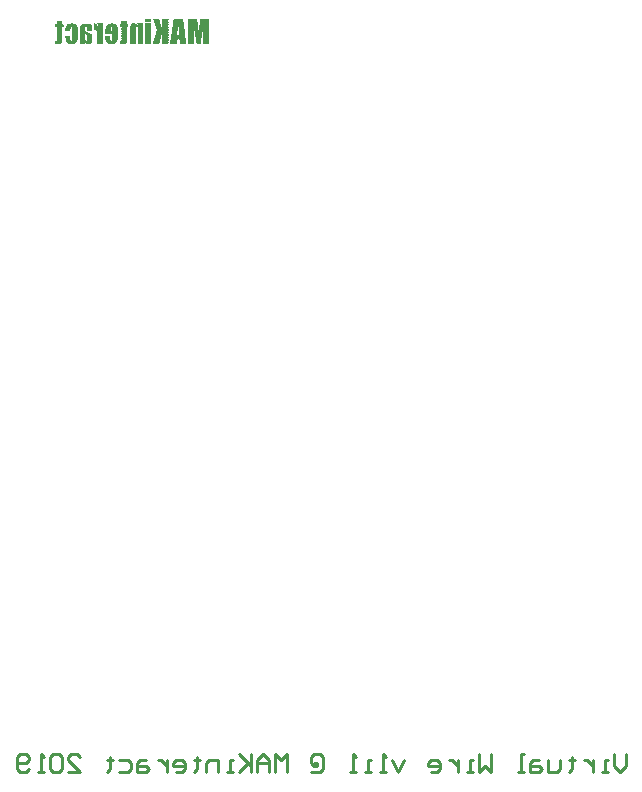
<source format=gbo>
G04*
G04 #@! TF.GenerationSoftware,Altium Limited,Altium Designer,19.0.12 (326)*
G04*
G04 Layer_Color=32896*
%FSLAX44Y44*%
%MOMM*%
G71*
G01*
G75*
%ADD12C,0.2540*%
G36*
X404731Y661045D02*
X403443D01*
Y660861D01*
X403535D01*
Y660769D01*
X403443D01*
Y660125D01*
X403535D01*
Y660033D01*
X403443D01*
Y659389D01*
X403535D01*
Y659297D01*
X403443D01*
Y658653D01*
X403535D01*
Y658561D01*
X403443D01*
Y658377D01*
X404823D01*
Y658193D01*
X404731D01*
Y648167D01*
X404823D01*
Y647707D01*
X404731D01*
Y647615D01*
X404639D01*
Y647523D01*
X404731D01*
Y647431D01*
X404639D01*
Y647339D01*
X404731D01*
Y647063D01*
X404639D01*
Y646879D01*
X404455D01*
Y646787D01*
X404179D01*
Y646879D01*
X404087D01*
Y646695D01*
X403903D01*
Y646787D01*
X403811D01*
Y646695D01*
X403719D01*
Y646787D01*
X403811D01*
Y646879D01*
X403719D01*
Y646787D01*
X403627D01*
Y646695D01*
X403351D01*
Y644027D01*
X403443D01*
Y643935D01*
X403535D01*
Y644027D01*
X403627D01*
Y643935D01*
X403719D01*
Y644027D01*
X403811D01*
Y643935D01*
X403903D01*
Y644027D01*
X403995D01*
Y643935D01*
X404087D01*
Y644027D01*
X404179D01*
Y643935D01*
X404271D01*
Y644027D01*
X404363D01*
Y643935D01*
X404455D01*
Y644027D01*
X404547D01*
Y643935D01*
X404639D01*
Y644027D01*
X404731D01*
Y643935D01*
X404823D01*
Y644027D01*
X404915D01*
Y643935D01*
X405007D01*
Y644027D01*
X405099D01*
Y643935D01*
X405191D01*
Y644027D01*
X405283D01*
Y643935D01*
X405375D01*
Y644027D01*
X405467D01*
Y643935D01*
X405559D01*
Y644027D01*
X405651D01*
Y643935D01*
X405743D01*
Y644027D01*
X405835D01*
Y643935D01*
X405927D01*
Y644027D01*
X406295D01*
Y644119D01*
X406387D01*
Y644027D01*
X406847D01*
Y644119D01*
X406939D01*
Y644027D01*
X407123D01*
Y644119D01*
X407399D01*
Y644027D01*
X407491D01*
Y644211D01*
X407767D01*
Y644303D01*
X408043D01*
Y644395D01*
X408227D01*
Y644487D01*
X408319D01*
Y644579D01*
X408503D01*
Y644671D01*
X408595D01*
Y644763D01*
X408687D01*
Y644855D01*
X408779D01*
Y644947D01*
X408871D01*
Y645039D01*
X409055D01*
Y645131D01*
X409147D01*
Y645223D01*
X409055D01*
Y645315D01*
X409147D01*
Y645499D01*
X409239D01*
Y645683D01*
X409331D01*
Y646051D01*
X409515D01*
Y646143D01*
X409423D01*
Y646235D01*
X409515D01*
Y646327D01*
X409423D01*
Y646603D01*
X409515D01*
Y646695D01*
X409423D01*
Y649822D01*
X409515D01*
Y650374D01*
X409607D01*
Y650466D01*
X409515D01*
Y651110D01*
X409607D01*
Y651202D01*
X409515D01*
Y651846D01*
X409607D01*
Y651938D01*
X409515D01*
Y652582D01*
X409607D01*
Y652674D01*
X409515D01*
Y656538D01*
X409607D01*
Y656906D01*
X409515D01*
Y656998D01*
X409607D01*
Y657642D01*
X409515D01*
Y657734D01*
X409607D01*
Y657825D01*
X409699D01*
Y657917D01*
X409607D01*
Y658193D01*
X409515D01*
Y658377D01*
X410619D01*
Y658469D01*
X410527D01*
Y658561D01*
X410619D01*
Y658653D01*
X410527D01*
Y658745D01*
X410619D01*
Y658837D01*
X410527D01*
Y658929D01*
X410619D01*
Y659021D01*
X410527D01*
Y659113D01*
X410619D01*
Y659205D01*
X410527D01*
Y659297D01*
X410619D01*
Y659389D01*
X410527D01*
Y659481D01*
X410619D01*
Y659573D01*
X410527D01*
Y659665D01*
X410619D01*
Y659757D01*
X410527D01*
Y659849D01*
X410619D01*
Y659941D01*
X410527D01*
Y660033D01*
X410619D01*
Y660125D01*
X410527D01*
Y660217D01*
X410619D01*
Y660309D01*
X410527D01*
Y660401D01*
X410619D01*
Y660493D01*
X410527D01*
Y660585D01*
X410619D01*
Y660677D01*
X410527D01*
Y660769D01*
X410619D01*
Y660861D01*
X410527D01*
Y660953D01*
X410619D01*
Y661045D01*
X409607D01*
Y661137D01*
X409515D01*
Y661229D01*
X409607D01*
Y661321D01*
X409515D01*
Y661413D01*
X409607D01*
Y662057D01*
X409515D01*
Y662149D01*
X409607D01*
Y662241D01*
X409699D01*
Y662333D01*
X409607D01*
Y662793D01*
X409515D01*
Y662885D01*
X409607D01*
Y663529D01*
X409515D01*
Y663621D01*
X409607D01*
Y663713D01*
X409699D01*
Y663805D01*
X409515D01*
Y663713D01*
X409423D01*
Y663805D01*
X409331D01*
Y663713D01*
X409239D01*
Y663805D01*
X409147D01*
Y663713D01*
X409055D01*
Y663805D01*
X408963D01*
Y663713D01*
X408871D01*
Y663805D01*
X408779D01*
Y663713D01*
X408687D01*
Y663805D01*
X408595D01*
Y663713D01*
X408503D01*
Y663805D01*
X408411D01*
Y663713D01*
X408319D01*
Y663805D01*
X408227D01*
Y663713D01*
X408135D01*
Y663805D01*
X408043D01*
Y663713D01*
X407951D01*
Y663805D01*
X407859D01*
Y663713D01*
X407767D01*
Y663805D01*
X407675D01*
Y663713D01*
X407583D01*
Y663805D01*
X407491D01*
Y663713D01*
X407399D01*
Y663805D01*
X407307D01*
Y663713D01*
X407215D01*
Y663805D01*
X407123D01*
Y663713D01*
X407031D01*
Y663805D01*
X406939D01*
Y663713D01*
X406847D01*
Y663805D01*
X406755D01*
Y663713D01*
X406663D01*
Y663805D01*
X406571D01*
Y663713D01*
X406479D01*
Y663805D01*
X406387D01*
Y663713D01*
X406295D01*
Y663805D01*
X406203D01*
Y663713D01*
X406111D01*
Y663805D01*
X406019D01*
Y663713D01*
X405927D01*
Y663805D01*
X405835D01*
Y663713D01*
X405743D01*
Y663805D01*
X405651D01*
Y663713D01*
X405559D01*
Y663805D01*
X405467D01*
Y663713D01*
X405375D01*
Y663805D01*
X405283D01*
Y663713D01*
X405191D01*
Y663805D01*
X405099D01*
Y663713D01*
X405007D01*
Y663805D01*
X404915D01*
Y663713D01*
X404823D01*
Y663805D01*
X404731D01*
Y661045D01*
D02*
G37*
G36*
X416690Y661413D02*
X416506D01*
Y661321D01*
X416414D01*
Y661413D01*
X416138D01*
Y661321D01*
X416046D01*
Y661413D01*
X415954D01*
Y661321D01*
X415494D01*
Y661229D01*
X415402D01*
Y661137D01*
X415310D01*
Y661229D01*
X415218D01*
Y661137D01*
X414942D01*
Y661045D01*
X414666D01*
Y660953D01*
X414574D01*
Y660861D01*
X414298D01*
Y660769D01*
X414206D01*
Y660677D01*
X414114D01*
Y660585D01*
X413838D01*
Y660493D01*
X413746D01*
Y660401D01*
X413654D01*
Y660309D01*
X413562D01*
Y660217D01*
X413470D01*
Y660125D01*
X413378D01*
Y659941D01*
X413286D01*
Y659849D01*
X413194D01*
Y659757D01*
X413102D01*
Y659573D01*
X413010D01*
Y659481D01*
X412918D01*
Y659297D01*
X412826D01*
Y659113D01*
X412734D01*
Y659021D01*
X412642D01*
Y658837D01*
X412550D01*
Y658653D01*
X412642D01*
Y658561D01*
X412458D01*
Y658377D01*
X412550D01*
Y658285D01*
X412458D01*
Y658101D01*
X412366D01*
Y657917D01*
X412458D01*
Y657825D01*
X412366D01*
Y657734D01*
X412274D01*
Y657458D01*
X412366D01*
Y657273D01*
X412274D01*
Y657181D01*
X412182D01*
Y657089D01*
X412274D01*
Y656998D01*
X412182D01*
Y656906D01*
X412274D01*
Y656814D01*
X412182D01*
Y656722D01*
X412274D01*
Y656354D01*
X412090D01*
Y656262D01*
X412182D01*
Y656170D01*
X412090D01*
Y656078D01*
X412274D01*
Y655986D01*
X412182D01*
Y655894D01*
X412274D01*
Y655802D01*
X412182D01*
Y655710D01*
X412274D01*
Y655618D01*
X412182D01*
Y655526D01*
X412274D01*
Y655434D01*
X412182D01*
Y655342D01*
X412090D01*
Y655158D01*
X412182D01*
Y655066D01*
X412090D01*
Y654974D01*
X412182D01*
Y654882D01*
X416506D01*
Y655158D01*
X416414D01*
Y655250D01*
X416506D01*
Y655342D01*
X416414D01*
Y655434D01*
X416506D01*
Y655526D01*
X416414D01*
Y655618D01*
X416506D01*
Y655710D01*
X416414D01*
Y655802D01*
X416506D01*
Y655894D01*
X416414D01*
Y655986D01*
X416506D01*
Y656078D01*
X416414D01*
Y656170D01*
X416506D01*
Y656262D01*
X416414D01*
Y656354D01*
X416506D01*
Y656446D01*
X416414D01*
Y656538D01*
X416506D01*
Y656630D01*
X416414D01*
Y656722D01*
X416506D01*
Y656814D01*
X416414D01*
Y656906D01*
X416506D01*
Y656998D01*
X416414D01*
Y657089D01*
X416506D01*
Y657181D01*
X416414D01*
Y657273D01*
X416506D01*
Y657365D01*
X416414D01*
Y657458D01*
X416506D01*
Y657550D01*
X416414D01*
Y657917D01*
X416506D01*
Y658009D01*
X416414D01*
Y658101D01*
X416598D01*
Y658193D01*
X416506D01*
Y658377D01*
X416598D01*
Y658469D01*
X416690D01*
Y658561D01*
X416782D01*
Y658653D01*
X416966D01*
Y658745D01*
X417150D01*
Y658837D01*
X417242D01*
Y658745D01*
X417426D01*
Y658653D01*
X417610D01*
Y658561D01*
X417701D01*
Y658469D01*
X417794D01*
Y658285D01*
X417701D01*
Y658193D01*
X417886D01*
Y657458D01*
X417977D01*
Y657365D01*
X417886D01*
Y657273D01*
X417977D01*
Y656814D01*
X417886D01*
Y656722D01*
X417977D01*
Y656630D01*
X417886D01*
Y656538D01*
X417977D01*
Y656446D01*
X417886D01*
Y656354D01*
X417977D01*
Y656262D01*
X417886D01*
Y656170D01*
X417977D01*
Y656078D01*
X417886D01*
Y655986D01*
X417977D01*
Y655894D01*
X417886D01*
Y655802D01*
X417977D01*
Y655710D01*
X417886D01*
Y655618D01*
X417977D01*
Y655526D01*
X417886D01*
Y655434D01*
X417977D01*
Y655342D01*
X417886D01*
Y655250D01*
X417977D01*
Y655158D01*
X417886D01*
Y655066D01*
X417977D01*
Y654974D01*
X417886D01*
Y654882D01*
X417977D01*
Y654790D01*
X417886D01*
Y654698D01*
X417977D01*
Y654606D01*
X417886D01*
Y654514D01*
X417977D01*
Y654422D01*
X417886D01*
Y654330D01*
X417977D01*
Y654238D01*
X417886D01*
Y654146D01*
X417977D01*
Y654054D01*
X417886D01*
Y653962D01*
X417977D01*
Y653870D01*
X417886D01*
Y653778D01*
X417977D01*
Y653686D01*
X417886D01*
Y653594D01*
X417977D01*
Y653502D01*
X417886D01*
Y653410D01*
X417977D01*
Y653318D01*
X417886D01*
Y653226D01*
X417977D01*
Y653134D01*
X417886D01*
Y653042D01*
X417977D01*
Y652950D01*
X417886D01*
Y652858D01*
X417977D01*
Y652766D01*
X417886D01*
Y652674D01*
X417977D01*
Y652582D01*
X417886D01*
Y652490D01*
X417977D01*
Y652398D01*
X417886D01*
Y652306D01*
X417977D01*
Y652214D01*
X417886D01*
Y652122D01*
X417977D01*
Y652030D01*
X417886D01*
Y651938D01*
X417977D01*
Y651846D01*
X417886D01*
Y651754D01*
X417977D01*
Y651662D01*
X417886D01*
Y651570D01*
X417977D01*
Y651478D01*
X417886D01*
Y651386D01*
X417977D01*
Y651294D01*
X417886D01*
Y651202D01*
X417977D01*
Y651110D01*
X417886D01*
Y651018D01*
X417977D01*
Y650926D01*
X417886D01*
Y650834D01*
X417977D01*
Y650742D01*
X417886D01*
Y650650D01*
X417977D01*
Y650558D01*
X417886D01*
Y650466D01*
X417977D01*
Y650374D01*
X417886D01*
Y650282D01*
X417977D01*
Y650190D01*
X417886D01*
Y650098D01*
X417977D01*
Y650006D01*
X417886D01*
Y649914D01*
X417977D01*
Y649822D01*
X417886D01*
Y649731D01*
X417977D01*
Y649639D01*
X417886D01*
Y649547D01*
X417977D01*
Y649455D01*
X417886D01*
Y649363D01*
X417977D01*
Y649271D01*
X417886D01*
Y649179D01*
X417977D01*
Y649087D01*
X417886D01*
Y648995D01*
X417977D01*
Y648903D01*
X417886D01*
Y648811D01*
X417977D01*
Y648719D01*
X417886D01*
Y648627D01*
X417977D01*
Y648535D01*
X417886D01*
Y648443D01*
X417977D01*
Y647891D01*
X417886D01*
Y647431D01*
X417794D01*
Y647247D01*
X417701D01*
Y646971D01*
X417610D01*
Y646879D01*
X417426D01*
Y646787D01*
X417334D01*
Y646695D01*
X416782D01*
Y646787D01*
X416598D01*
Y646971D01*
X416414D01*
Y647523D01*
X416230D01*
Y647707D01*
X416322D01*
Y647983D01*
X416230D01*
Y648075D01*
X416322D01*
Y648259D01*
X416230D01*
Y648351D01*
X416138D01*
Y648443D01*
X416230D01*
Y648535D01*
X416138D01*
Y648627D01*
X416230D01*
Y648719D01*
X416138D01*
Y648811D01*
X416230D01*
Y648995D01*
X416322D01*
Y649087D01*
X416230D01*
Y649179D01*
X416322D01*
Y649271D01*
X416230D01*
Y649363D01*
X416322D01*
Y649455D01*
X416230D01*
Y649547D01*
X416322D01*
Y649639D01*
X416230D01*
Y649731D01*
X416322D01*
Y649822D01*
X416230D01*
Y649914D01*
X416322D01*
Y650006D01*
X416230D01*
Y650098D01*
X416322D01*
Y650190D01*
X416230D01*
Y650466D01*
X416322D01*
Y650558D01*
X416230D01*
Y650650D01*
X416322D01*
Y650742D01*
X416230D01*
Y650834D01*
X416322D01*
Y650926D01*
X416230D01*
Y651018D01*
X416322D01*
Y651110D01*
X412090D01*
Y650742D01*
X412182D01*
Y650650D01*
X412090D01*
Y650006D01*
X412182D01*
Y649914D01*
X412090D01*
Y649639D01*
X412274D01*
Y649547D01*
X412182D01*
Y649455D01*
X412274D01*
Y649363D01*
X412182D01*
Y649271D01*
X412274D01*
Y649179D01*
X412182D01*
Y649087D01*
X412274D01*
Y648995D01*
X412090D01*
Y648903D01*
X412182D01*
Y648811D01*
X412090D01*
Y648719D01*
X412274D01*
Y648351D01*
X412182D01*
Y648259D01*
X412274D01*
Y648167D01*
X412182D01*
Y648075D01*
X412274D01*
Y647983D01*
X412182D01*
Y647891D01*
X412366D01*
Y647707D01*
X412274D01*
Y647431D01*
X412458D01*
Y647339D01*
X412366D01*
Y647155D01*
X412458D01*
Y646971D01*
X412550D01*
Y646879D01*
X412458D01*
Y646787D01*
X412550D01*
Y646603D01*
X412642D01*
Y646327D01*
X412734D01*
Y646143D01*
X412826D01*
Y646051D01*
X412918D01*
Y645959D01*
X413010D01*
Y645775D01*
X413102D01*
Y645683D01*
X413194D01*
Y645499D01*
X413286D01*
Y645407D01*
X413378D01*
Y645315D01*
X413470D01*
Y645223D01*
X413562D01*
Y645131D01*
X413654D01*
Y645039D01*
X413746D01*
Y644947D01*
X413838D01*
Y644855D01*
X413930D01*
Y644763D01*
X414022D01*
Y644671D01*
X414114D01*
Y644579D01*
X414390D01*
Y644487D01*
X414482D01*
Y644395D01*
X414666D01*
Y644303D01*
X414850D01*
Y644211D01*
X415126D01*
Y644119D01*
X415310D01*
Y644027D01*
X415402D01*
Y644119D01*
X415586D01*
Y644027D01*
X415678D01*
Y644119D01*
X415770D01*
Y644027D01*
X416322D01*
Y643935D01*
X416414D01*
Y644027D01*
X416598D01*
Y644119D01*
X416690D01*
Y644027D01*
X416966D01*
Y644119D01*
X417058D01*
Y644027D01*
X417242D01*
Y643935D01*
X417426D01*
Y644027D01*
X417701D01*
Y644119D01*
X417794D01*
Y644027D01*
X418162D01*
Y643935D01*
X418254D01*
Y644027D01*
X418621D01*
Y644119D01*
X418713D01*
Y644027D01*
X418805D01*
Y644119D01*
X419265D01*
Y644211D01*
X419541D01*
Y644303D01*
X419817D01*
Y644395D01*
X420093D01*
Y644487D01*
X420369D01*
Y644579D01*
X420461D01*
Y644671D01*
X420645D01*
Y644763D01*
X420829D01*
Y644855D01*
X420921D01*
Y644947D01*
X421013D01*
Y645039D01*
X421197D01*
Y645131D01*
X421381D01*
Y645315D01*
X421565D01*
Y645407D01*
X421473D01*
Y645499D01*
X421565D01*
Y645591D01*
X421657D01*
Y645683D01*
X421749D01*
Y645775D01*
X421841D01*
Y645867D01*
X422025D01*
Y645959D01*
X421933D01*
Y646143D01*
X422025D01*
Y646235D01*
X422117D01*
Y646511D01*
X422209D01*
Y646695D01*
X422301D01*
Y647247D01*
X422393D01*
Y647431D01*
X422485D01*
Y647891D01*
X422577D01*
Y647983D01*
X422485D01*
Y648075D01*
X422577D01*
Y648259D01*
X422485D01*
Y648719D01*
X422669D01*
Y649639D01*
X422577D01*
Y650006D01*
X422669D01*
Y650098D01*
X422761D01*
Y650190D01*
X422669D01*
Y650374D01*
X422577D01*
Y650466D01*
X422669D01*
Y650558D01*
X422577D01*
Y650650D01*
X422669D01*
Y650742D01*
X422577D01*
Y650834D01*
X422669D01*
Y650926D01*
X422577D01*
Y651018D01*
X422669D01*
Y651110D01*
X422577D01*
Y651202D01*
X422669D01*
Y651294D01*
X422577D01*
Y651386D01*
X422669D01*
Y651478D01*
X422577D01*
Y651570D01*
X422669D01*
Y651754D01*
X422761D01*
Y651846D01*
X422669D01*
Y651938D01*
X422761D01*
Y652030D01*
X422669D01*
Y652122D01*
X422761D01*
Y652214D01*
X422669D01*
Y652306D01*
X422761D01*
Y652398D01*
X422669D01*
Y652490D01*
X422761D01*
Y652582D01*
X422669D01*
Y652674D01*
X422761D01*
Y652766D01*
X422669D01*
Y652858D01*
X422761D01*
Y652950D01*
X422669D01*
Y653042D01*
X422761D01*
Y653134D01*
X422669D01*
Y653318D01*
X422577D01*
Y655066D01*
X422669D01*
Y657825D01*
X422485D01*
Y658101D01*
X422577D01*
Y658193D01*
X422485D01*
Y658561D01*
X422393D01*
Y658745D01*
X422301D01*
Y658929D01*
X422209D01*
Y659113D01*
X422117D01*
Y659297D01*
X422025D01*
Y659481D01*
X421933D01*
Y659573D01*
X421841D01*
Y659665D01*
X421749D01*
Y659941D01*
X421565D01*
Y660125D01*
X421381D01*
Y660217D01*
X421289D01*
Y660309D01*
X421105D01*
Y660493D01*
X420921D01*
Y660585D01*
X420737D01*
Y660677D01*
X420645D01*
Y660769D01*
X420461D01*
Y660861D01*
X420185D01*
Y660953D01*
X420093D01*
Y661045D01*
X419817D01*
Y661137D01*
X419541D01*
Y661229D01*
X419265D01*
Y661321D01*
X418805D01*
Y661413D01*
X418713D01*
Y661321D01*
X418621D01*
Y661413D01*
X418345D01*
Y661321D01*
X418254D01*
Y661413D01*
X418069D01*
Y661505D01*
X417977D01*
Y661413D01*
X417794D01*
Y661505D01*
X417610D01*
Y661413D01*
X417426D01*
Y661505D01*
X417242D01*
Y661413D01*
X417058D01*
Y661505D01*
X416874D01*
Y661413D01*
X416782D01*
Y661505D01*
X416690D01*
Y661413D01*
D02*
G37*
G36*
X428188Y661229D02*
X427544D01*
Y661137D01*
X427084D01*
Y661045D01*
X426716D01*
Y660953D01*
X426440D01*
Y660861D01*
X426256D01*
Y660769D01*
X426072D01*
Y660677D01*
X425888D01*
Y660585D01*
X425797D01*
Y660493D01*
X425704D01*
Y660401D01*
X425612D01*
Y660309D01*
X425521D01*
Y660217D01*
X425336D01*
Y660033D01*
X425153D01*
Y659941D01*
X425061D01*
Y659757D01*
X424969D01*
Y659573D01*
X424877D01*
Y659481D01*
X424785D01*
Y659389D01*
X424877D01*
Y659297D01*
X424785D01*
Y659021D01*
X424601D01*
Y658837D01*
X424693D01*
Y658745D01*
X424601D01*
Y658469D01*
X424509D01*
Y658377D01*
X424417D01*
Y658285D01*
X424509D01*
Y658009D01*
X424417D01*
Y657917D01*
X424509D01*
Y657825D01*
X424417D01*
Y657365D01*
X424325D01*
Y657273D01*
X424417D01*
Y657181D01*
X424325D01*
Y657089D01*
X424417D01*
Y656998D01*
X424325D01*
Y656906D01*
X424417D01*
Y656814D01*
X424325D01*
Y656722D01*
X424417D01*
Y655802D01*
X424233D01*
Y655710D01*
X424325D01*
Y655618D01*
X424233D01*
Y655526D01*
X424325D01*
Y655250D01*
X424233D01*
Y655158D01*
X424325D01*
Y654330D01*
X424233D01*
Y654054D01*
X424325D01*
Y653962D01*
X424233D01*
Y653870D01*
X424325D01*
Y653778D01*
X424233D01*
Y653686D01*
X424325D01*
Y652766D01*
X424141D01*
Y652674D01*
X424233D01*
Y652582D01*
X424141D01*
Y652490D01*
X424233D01*
Y652398D01*
X424141D01*
Y652306D01*
X424233D01*
Y652214D01*
X424141D01*
Y652122D01*
X424233D01*
Y652030D01*
X424141D01*
Y651938D01*
X424233D01*
Y651846D01*
X424141D01*
Y651754D01*
X424233D01*
Y651662D01*
X424141D01*
Y651570D01*
X424233D01*
Y651478D01*
X424141D01*
Y651386D01*
X424233D01*
Y651294D01*
X424141D01*
Y651202D01*
X424233D01*
Y651110D01*
X424141D01*
Y651018D01*
X424233D01*
Y650926D01*
X424141D01*
Y650834D01*
X424233D01*
Y650742D01*
X424141D01*
Y650650D01*
X424233D01*
Y650558D01*
X424141D01*
Y650466D01*
X424233D01*
Y650374D01*
X424141D01*
Y650282D01*
X424233D01*
Y650190D01*
X424141D01*
Y650098D01*
X424233D01*
Y650006D01*
X424141D01*
Y649914D01*
X424233D01*
Y649822D01*
X424141D01*
Y649731D01*
X424233D01*
Y649639D01*
X424141D01*
Y649547D01*
X424233D01*
Y649455D01*
X424141D01*
Y649363D01*
X424233D01*
Y649271D01*
X424141D01*
Y649179D01*
X424233D01*
Y649087D01*
X424141D01*
Y648995D01*
X424233D01*
Y648903D01*
X424141D01*
Y648811D01*
X424233D01*
Y648719D01*
X424141D01*
Y648627D01*
X424233D01*
Y648535D01*
X424141D01*
Y648443D01*
X424233D01*
Y648351D01*
X424141D01*
Y648259D01*
X424233D01*
Y648167D01*
X424141D01*
Y648075D01*
X424233D01*
Y647983D01*
X424141D01*
Y647891D01*
X424233D01*
Y647799D01*
X424141D01*
Y647707D01*
X424233D01*
Y647615D01*
X424141D01*
Y647523D01*
X424233D01*
Y647431D01*
X424141D01*
Y647339D01*
X424233D01*
Y647247D01*
X424141D01*
Y647155D01*
X424233D01*
Y647063D01*
X424141D01*
Y646971D01*
X424233D01*
Y646879D01*
X424141D01*
Y646787D01*
X424233D01*
Y646695D01*
X424141D01*
Y646603D01*
X424233D01*
Y646511D01*
X424141D01*
Y646419D01*
X424233D01*
Y646327D01*
X424141D01*
Y646235D01*
X424233D01*
Y646143D01*
X424141D01*
Y646051D01*
X424233D01*
Y645959D01*
X424141D01*
Y645867D01*
X424233D01*
Y645775D01*
X424141D01*
Y645683D01*
X424233D01*
Y645591D01*
X424141D01*
Y645499D01*
X424233D01*
Y645407D01*
X424141D01*
Y645315D01*
X424233D01*
Y645223D01*
X424141D01*
Y645131D01*
X424233D01*
Y645039D01*
X424141D01*
Y644947D01*
X424233D01*
Y644855D01*
X424141D01*
Y644763D01*
X424233D01*
Y644671D01*
X424141D01*
Y644579D01*
X424233D01*
Y644487D01*
X424141D01*
Y644395D01*
X424233D01*
Y644303D01*
X424141D01*
Y644211D01*
X424233D01*
Y644119D01*
X424141D01*
Y644027D01*
X424233D01*
Y643935D01*
X424325D01*
Y644027D01*
X424417D01*
Y643935D01*
X424509D01*
Y644027D01*
X424601D01*
Y643935D01*
X424693D01*
Y644027D01*
X424785D01*
Y643935D01*
X424877D01*
Y644027D01*
X424969D01*
Y643935D01*
X425061D01*
Y644027D01*
X425153D01*
Y643935D01*
X425244D01*
Y644027D01*
X425336D01*
Y643935D01*
X425429D01*
Y644027D01*
X425521D01*
Y643935D01*
X425612D01*
Y644027D01*
X425704D01*
Y643935D01*
X425797D01*
Y644027D01*
X425888D01*
Y643935D01*
X425980D01*
Y644027D01*
X426072D01*
Y643935D01*
X426164D01*
Y644027D01*
X426256D01*
Y643935D01*
X426348D01*
Y644027D01*
X426440D01*
Y643935D01*
X426532D01*
Y644027D01*
X426624D01*
Y643935D01*
X426716D01*
Y644027D01*
X426808D01*
Y643935D01*
X426900D01*
Y644027D01*
X426992D01*
Y643935D01*
X427084D01*
Y644027D01*
X427176D01*
Y643935D01*
X427268D01*
Y644027D01*
X427360D01*
Y643935D01*
X427452D01*
Y644027D01*
X427544D01*
Y643935D01*
X427636D01*
Y644027D01*
X427728D01*
Y643935D01*
X427820D01*
Y644027D01*
X427912D01*
Y643935D01*
X428004D01*
Y644027D01*
X428096D01*
Y643935D01*
X428188D01*
Y644027D01*
X428280D01*
Y643935D01*
X428372D01*
Y644027D01*
X428464D01*
Y643935D01*
X428556D01*
Y644027D01*
X428648D01*
Y643935D01*
X428740D01*
Y644027D01*
X428832D01*
Y643935D01*
X428924D01*
Y645499D01*
X429016D01*
Y645315D01*
X429108D01*
Y645223D01*
X429200D01*
Y645039D01*
X429384D01*
Y644763D01*
X429476D01*
Y644671D01*
X429752D01*
Y644395D01*
X429936D01*
Y644303D01*
X430120D01*
Y644211D01*
X430396D01*
Y644027D01*
X430488D01*
Y644119D01*
X430672D01*
Y644027D01*
X430948D01*
Y644119D01*
X431040D01*
Y644027D01*
X431316D01*
Y644119D01*
X431408D01*
Y644027D01*
X431684D01*
Y643935D01*
X431776D01*
Y644027D01*
X432052D01*
Y644119D01*
X432144D01*
Y644027D01*
X432328D01*
Y643935D01*
X432420D01*
Y644027D01*
X432880D01*
Y644119D01*
X433156D01*
Y644027D01*
X433247D01*
Y644211D01*
X433432D01*
Y644303D01*
X433707D01*
Y644395D01*
X433891D01*
Y644487D01*
X433983D01*
Y644579D01*
X434075D01*
Y644671D01*
X434167D01*
Y644763D01*
X434259D01*
Y644855D01*
X434351D01*
Y645039D01*
X434535D01*
Y645315D01*
X434627D01*
Y645499D01*
X434719D01*
Y645775D01*
X434811D01*
Y646051D01*
X434903D01*
Y646235D01*
X434811D01*
Y646419D01*
X434903D01*
Y646511D01*
X434995D01*
Y646603D01*
X434903D01*
Y646695D01*
X434995D01*
Y646787D01*
X434811D01*
Y646879D01*
X434903D01*
Y646971D01*
X434811D01*
Y647063D01*
X434903D01*
Y647155D01*
X434811D01*
Y647247D01*
X434903D01*
Y647339D01*
X434995D01*
Y647983D01*
X434903D01*
Y648075D01*
X434995D01*
Y648259D01*
X435087D01*
Y648351D01*
X434995D01*
Y648443D01*
X435087D01*
Y648535D01*
X434903D01*
Y648627D01*
X434995D01*
Y648719D01*
X434903D01*
Y648995D01*
X435087D01*
Y649087D01*
X434995D01*
Y649179D01*
X435087D01*
Y649271D01*
X434995D01*
Y649363D01*
X435087D01*
Y649455D01*
X434995D01*
Y649547D01*
X435087D01*
Y649639D01*
X434995D01*
Y649731D01*
X435087D01*
Y649822D01*
X434995D01*
Y650006D01*
X434903D01*
Y650098D01*
X434995D01*
Y650190D01*
X434903D01*
Y650282D01*
X435087D01*
Y650374D01*
X434995D01*
Y650742D01*
X434903D01*
Y650834D01*
X434811D01*
Y650926D01*
X434903D01*
Y651018D01*
X434811D01*
Y651478D01*
X434719D01*
Y651662D01*
X434627D01*
Y651846D01*
X434535D01*
Y651938D01*
X434443D01*
Y652030D01*
X434351D01*
Y652122D01*
X434259D01*
Y652214D01*
X434167D01*
Y652306D01*
X434075D01*
Y652398D01*
X433983D01*
Y652490D01*
X433891D01*
Y652674D01*
X433799D01*
Y652582D01*
X433707D01*
Y652674D01*
X433523D01*
Y652766D01*
X433432D01*
Y652858D01*
X433156D01*
Y652950D01*
X433064D01*
Y653042D01*
X432971D01*
Y653134D01*
X432696D01*
Y653226D01*
X432512D01*
Y653318D01*
X432328D01*
Y653410D01*
X432144D01*
Y653502D01*
X431960D01*
Y653594D01*
X431684D01*
Y653686D01*
X431500D01*
Y653778D01*
X431316D01*
Y653870D01*
X431224D01*
Y653778D01*
X431132D01*
Y653962D01*
X431040D01*
Y654054D01*
X430856D01*
Y653962D01*
X430764D01*
Y654146D01*
X430672D01*
Y654238D01*
X430488D01*
Y654146D01*
X430396D01*
Y654238D01*
X430304D01*
Y654330D01*
X430028D01*
Y654422D01*
X429936D01*
Y654514D01*
X429752D01*
Y654606D01*
X429568D01*
Y654698D01*
X429476D01*
Y654790D01*
X429384D01*
Y654882D01*
X429292D01*
Y655066D01*
X429108D01*
Y655434D01*
X429016D01*
Y655618D01*
X429108D01*
Y655710D01*
X429016D01*
Y655894D01*
X429108D01*
Y656078D01*
X429016D01*
Y656170D01*
X428924D01*
Y656998D01*
X429016D01*
Y657089D01*
X429108D01*
Y657365D01*
X429016D01*
Y657458D01*
X429108D01*
Y657642D01*
X429016D01*
Y657734D01*
X429108D01*
Y657825D01*
X429200D01*
Y657917D01*
X429108D01*
Y658101D01*
X429292D01*
Y658193D01*
X429200D01*
Y658377D01*
X429292D01*
Y658469D01*
X429384D01*
Y658561D01*
X429476D01*
Y658653D01*
X429568D01*
Y658745D01*
X429660D01*
Y658837D01*
X429752D01*
Y658745D01*
X429936D01*
Y658653D01*
X430120D01*
Y658745D01*
X430212D01*
Y658653D01*
X430304D01*
Y658469D01*
X430488D01*
Y658285D01*
X430580D01*
Y657825D01*
X430672D01*
Y657365D01*
X430580D01*
Y657273D01*
X430672D01*
Y657181D01*
X430580D01*
Y657089D01*
X430672D01*
Y656998D01*
X430580D01*
Y656906D01*
X430672D01*
Y656814D01*
X430580D01*
Y656722D01*
X430672D01*
Y656630D01*
X430580D01*
Y656538D01*
X430672D01*
Y656446D01*
X430580D01*
Y656354D01*
X430672D01*
Y656262D01*
X430580D01*
Y656170D01*
X430672D01*
Y656078D01*
X430580D01*
Y655986D01*
X430672D01*
Y655894D01*
X430580D01*
Y655802D01*
X430672D01*
Y655710D01*
X430580D01*
Y655618D01*
X430672D01*
Y655526D01*
X430580D01*
Y655434D01*
X430672D01*
Y655342D01*
X434995D01*
Y655434D01*
X435087D01*
Y655526D01*
X434995D01*
Y655618D01*
X435087D01*
Y655710D01*
X434995D01*
Y655802D01*
X435087D01*
Y655894D01*
X434995D01*
Y655986D01*
X435087D01*
Y656078D01*
X434995D01*
Y656170D01*
X435087D01*
Y656262D01*
X434995D01*
Y656354D01*
X435087D01*
Y656446D01*
X434995D01*
Y656630D01*
X434903D01*
Y656722D01*
X434995D01*
Y656814D01*
X434903D01*
Y656906D01*
X434995D01*
Y657089D01*
X435087D01*
Y657181D01*
X434995D01*
Y657550D01*
X434903D01*
Y657642D01*
X434811D01*
Y657734D01*
X434903D01*
Y657825D01*
X434811D01*
Y657917D01*
X434903D01*
Y658101D01*
X434811D01*
Y658377D01*
X434903D01*
Y658469D01*
X434811D01*
Y658561D01*
X434719D01*
Y658837D01*
X434627D01*
Y659021D01*
X434535D01*
Y659113D01*
X434443D01*
Y659297D01*
X434351D01*
Y659481D01*
X434259D01*
Y659757D01*
X434075D01*
Y659849D01*
X433983D01*
Y660033D01*
X433891D01*
Y660125D01*
X433799D01*
Y660217D01*
X433707D01*
Y660309D01*
X433615D01*
Y660401D01*
X433523D01*
Y660493D01*
X433432D01*
Y660585D01*
X433247D01*
Y660677D01*
X433156D01*
Y660769D01*
X432971D01*
Y660861D01*
X432880D01*
Y660953D01*
X432604D01*
Y661045D01*
X432328D01*
Y661137D01*
X431960D01*
Y661229D01*
X431592D01*
Y661137D01*
X431500D01*
Y661229D01*
X431316D01*
Y661321D01*
X431224D01*
Y661413D01*
X431132D01*
Y661321D01*
X430856D01*
Y661413D01*
X430764D01*
Y661321D01*
X430396D01*
Y661229D01*
X430304D01*
Y661321D01*
X430212D01*
Y661229D01*
X430120D01*
Y661321D01*
X430028D01*
Y661229D01*
X429936D01*
Y661321D01*
X429844D01*
Y661229D01*
X429752D01*
Y661321D01*
X429660D01*
Y661229D01*
X429568D01*
Y661321D01*
X429476D01*
Y661229D01*
X429384D01*
Y661321D01*
X429292D01*
Y661229D01*
X429200D01*
Y661321D01*
X429108D01*
Y661229D01*
X429016D01*
Y661321D01*
X428648D01*
Y661413D01*
X428556D01*
Y661321D01*
X428280D01*
Y661413D01*
X428188D01*
Y661229D01*
D02*
G37*
G36*
X436467Y655710D02*
X437111D01*
Y655618D01*
X437663D01*
Y655526D01*
X437939D01*
Y655434D01*
X438215D01*
Y655342D01*
X438307D01*
Y655250D01*
X438491D01*
Y655158D01*
X438583D01*
Y655066D01*
X438675D01*
Y654974D01*
X438767D01*
Y654882D01*
X438859D01*
Y654790D01*
X438951D01*
Y654606D01*
X439043D01*
Y654330D01*
X439135D01*
Y653962D01*
X439227D01*
Y653778D01*
X439135D01*
Y653686D01*
X439227D01*
Y653226D01*
X439135D01*
Y653134D01*
X439227D01*
Y652858D01*
X439135D01*
Y652766D01*
X439319D01*
Y652030D01*
X439227D01*
Y651938D01*
X439319D01*
Y651846D01*
X439227D01*
Y651754D01*
X439319D01*
Y651662D01*
X439227D01*
Y651570D01*
X439319D01*
Y651478D01*
X439227D01*
Y651386D01*
X439319D01*
Y651294D01*
X439227D01*
Y651202D01*
X439319D01*
Y651110D01*
X439227D01*
Y651018D01*
X439319D01*
Y650926D01*
X439227D01*
Y650834D01*
X439319D01*
Y650742D01*
X439227D01*
Y650650D01*
X439319D01*
Y650558D01*
X439227D01*
Y650466D01*
X439319D01*
Y650374D01*
X439227D01*
Y650282D01*
X439319D01*
Y650190D01*
X439227D01*
Y650098D01*
X439319D01*
Y650006D01*
X439227D01*
Y649914D01*
X439319D01*
Y649822D01*
X439227D01*
Y649731D01*
X439319D01*
Y649639D01*
X439227D01*
Y649547D01*
X439319D01*
Y649455D01*
X439227D01*
Y649363D01*
X439319D01*
Y649271D01*
X439227D01*
Y649179D01*
X439319D01*
Y649087D01*
X439227D01*
Y648995D01*
X439319D01*
Y648903D01*
X439227D01*
Y648811D01*
X439319D01*
Y648719D01*
X439227D01*
Y648627D01*
X439319D01*
Y648535D01*
X439227D01*
Y648443D01*
X439319D01*
Y648351D01*
X439227D01*
Y648259D01*
X439319D01*
Y648167D01*
X439227D01*
Y648075D01*
X439319D01*
Y647983D01*
X439227D01*
Y647891D01*
X439319D01*
Y647799D01*
X439227D01*
Y647707D01*
X439319D01*
Y647615D01*
X439227D01*
Y647523D01*
X439319D01*
Y647431D01*
X439227D01*
Y647339D01*
X439319D01*
Y647247D01*
X439227D01*
Y647155D01*
X439319D01*
Y647063D01*
X439227D01*
Y646971D01*
X439319D01*
Y646879D01*
X439227D01*
Y646787D01*
X439319D01*
Y646695D01*
X439227D01*
Y646603D01*
X439319D01*
Y646511D01*
X439227D01*
Y646419D01*
X439319D01*
Y646327D01*
X439227D01*
Y646235D01*
X439319D01*
Y646143D01*
X439227D01*
Y646051D01*
X439319D01*
Y645959D01*
X439227D01*
Y645867D01*
X439319D01*
Y645775D01*
X439227D01*
Y645683D01*
X439319D01*
Y645591D01*
X439227D01*
Y645499D01*
X439319D01*
Y645407D01*
X439227D01*
Y645315D01*
X439319D01*
Y645223D01*
X439227D01*
Y645131D01*
X439319D01*
Y645039D01*
X439227D01*
Y644947D01*
X439319D01*
Y644855D01*
X439227D01*
Y644763D01*
X439319D01*
Y644671D01*
X439227D01*
Y644579D01*
X439319D01*
Y644487D01*
X439227D01*
Y644395D01*
X439319D01*
Y644303D01*
X439227D01*
Y644211D01*
X439319D01*
Y644119D01*
X439227D01*
Y644027D01*
X439319D01*
Y643935D01*
X439411D01*
Y644027D01*
X439503D01*
Y643935D01*
X439595D01*
Y644027D01*
X439687D01*
Y643935D01*
X439779D01*
Y644027D01*
X439871D01*
Y643935D01*
X439963D01*
Y644027D01*
X440055D01*
Y643935D01*
X440147D01*
Y644027D01*
X440239D01*
Y643935D01*
X440331D01*
Y644027D01*
X440423D01*
Y643935D01*
X440514D01*
Y644027D01*
X440606D01*
Y643935D01*
X440699D01*
Y644027D01*
X440790D01*
Y643935D01*
X440882D01*
Y644027D01*
X440975D01*
Y643935D01*
X441067D01*
Y644027D01*
X441158D01*
Y643935D01*
X441250D01*
Y644027D01*
X441342D01*
Y643935D01*
X441434D01*
Y644027D01*
X441526D01*
Y643935D01*
X441618D01*
Y644027D01*
X441710D01*
Y643935D01*
X441802D01*
Y644027D01*
X441894D01*
Y643935D01*
X441986D01*
Y644027D01*
X442078D01*
Y643935D01*
X442170D01*
Y644027D01*
X442262D01*
Y643935D01*
X442354D01*
Y644027D01*
X442446D01*
Y643935D01*
X442538D01*
Y644027D01*
X442630D01*
Y643935D01*
X442722D01*
Y644027D01*
X442814D01*
Y643935D01*
X442906D01*
Y644027D01*
X442998D01*
Y643935D01*
X443090D01*
Y644027D01*
X443182D01*
Y643935D01*
X443274D01*
Y644027D01*
X443366D01*
Y643935D01*
X443458D01*
Y644027D01*
X443550D01*
Y643935D01*
X443642D01*
Y644027D01*
X443734D01*
Y643935D01*
X443826D01*
Y644027D01*
X443918D01*
Y643935D01*
X444010D01*
Y661505D01*
X443918D01*
Y661413D01*
X443826D01*
Y661505D01*
X443734D01*
Y661413D01*
X443642D01*
Y661505D01*
X443550D01*
Y661413D01*
X443458D01*
Y661505D01*
X443366D01*
Y661413D01*
X443274D01*
Y661505D01*
X443182D01*
Y661413D01*
X443090D01*
Y661505D01*
X442998D01*
Y661413D01*
X442906D01*
Y661505D01*
X442630D01*
Y661413D01*
X442538D01*
Y661505D01*
X442446D01*
Y661413D01*
X442354D01*
Y661505D01*
X442262D01*
Y661413D01*
X442170D01*
Y661505D01*
X442078D01*
Y661413D01*
X441986D01*
Y661505D01*
X441894D01*
Y661413D01*
X441802D01*
Y661505D01*
X441710D01*
Y661413D01*
X441618D01*
Y661505D01*
X441526D01*
Y661413D01*
X441434D01*
Y661505D01*
X441158D01*
Y661413D01*
X441067D01*
Y661505D01*
X440975D01*
Y661413D01*
X440882D01*
Y661505D01*
X440790D01*
Y661413D01*
X440699D01*
Y661505D01*
X440606D01*
Y661413D01*
X440514D01*
Y661505D01*
X440423D01*
Y661413D01*
X440331D01*
Y661505D01*
X440239D01*
Y661413D01*
X440147D01*
Y661505D01*
X440055D01*
Y661413D01*
X439963D01*
Y661505D01*
X439687D01*
Y661413D01*
X439595D01*
Y661505D01*
X439503D01*
Y661413D01*
X439411D01*
Y661505D01*
X439319D01*
Y661413D01*
X439227D01*
Y661321D01*
X439319D01*
Y661229D01*
X439227D01*
Y661137D01*
X439411D01*
Y660861D01*
X439319D01*
Y660769D01*
X439411D01*
Y660401D01*
X439319D01*
Y660309D01*
X439503D01*
Y659389D01*
X439595D01*
Y659205D01*
X439411D01*
Y659481D01*
X439227D01*
Y659665D01*
X439135D01*
Y659849D01*
X439043D01*
Y659941D01*
X438951D01*
Y660217D01*
X438859D01*
Y660309D01*
X438767D01*
Y660401D01*
X438675D01*
Y660585D01*
X438583D01*
Y660677D01*
X438491D01*
Y660861D01*
X438399D01*
Y660953D01*
X438215D01*
Y661045D01*
X438123D01*
Y661137D01*
X437939D01*
Y661229D01*
X437847D01*
Y661321D01*
X437755D01*
Y661413D01*
X437663D01*
Y661321D01*
X437571D01*
Y661505D01*
X437387D01*
Y661597D01*
X437295D01*
Y661505D01*
X437203D01*
Y661689D01*
X437019D01*
Y661597D01*
X436927D01*
Y661689D01*
X436467D01*
Y655710D01*
D02*
G37*
G36*
X450909Y661321D02*
X450817D01*
Y661413D01*
X450725D01*
Y661321D01*
X450633D01*
Y661413D01*
X450357D01*
Y661321D01*
X450265D01*
Y661413D01*
X449989D01*
Y661321D01*
X449621D01*
Y661413D01*
X449529D01*
Y661229D01*
X449253D01*
Y661137D01*
X448977D01*
Y661045D01*
X448702D01*
Y660953D01*
X448517D01*
Y660861D01*
X448334D01*
Y660769D01*
X448242D01*
Y660677D01*
X447966D01*
Y660585D01*
X447874D01*
Y660493D01*
X447782D01*
Y660401D01*
X447690D01*
Y660309D01*
X447598D01*
Y660217D01*
X447506D01*
Y660125D01*
X447414D01*
Y660033D01*
X447230D01*
Y659849D01*
X447138D01*
Y659665D01*
X447046D01*
Y659481D01*
X446954D01*
Y659389D01*
X446770D01*
Y659113D01*
X446678D01*
Y658929D01*
X446494D01*
Y658837D01*
X446402D01*
Y658745D01*
X446494D01*
Y658561D01*
X446402D01*
Y658377D01*
X446310D01*
Y657917D01*
X446218D01*
Y657734D01*
X446310D01*
Y657642D01*
X446218D01*
Y657550D01*
X446126D01*
Y657273D01*
X446218D01*
Y657181D01*
X446126D01*
Y656814D01*
X446034D01*
Y656630D01*
X446126D01*
Y656538D01*
X446034D01*
Y656354D01*
X445942D01*
Y656262D01*
X446126D01*
Y656170D01*
X446034D01*
Y656078D01*
X446126D01*
Y655986D01*
X446034D01*
Y655894D01*
X445942D01*
Y655434D01*
X446034D01*
Y655342D01*
X445942D01*
Y655066D01*
X446034D01*
Y654974D01*
X445942D01*
Y654698D01*
X446034D01*
Y654606D01*
X445942D01*
Y654330D01*
X446034D01*
Y654238D01*
X445942D01*
Y653962D01*
X446034D01*
Y653870D01*
X445942D01*
Y653594D01*
X446034D01*
Y653502D01*
X445942D01*
Y653226D01*
X446034D01*
Y653134D01*
X445942D01*
Y652858D01*
X446034D01*
Y652766D01*
X445942D01*
Y652490D01*
X446126D01*
Y652398D01*
X446034D01*
Y652306D01*
X446126D01*
Y652398D01*
X446218D01*
Y652306D01*
X446310D01*
Y652398D01*
X446402D01*
Y652490D01*
X446494D01*
Y652398D01*
X446402D01*
Y652306D01*
X446494D01*
Y652398D01*
X446586D01*
Y652306D01*
X446678D01*
Y652398D01*
X446770D01*
Y652306D01*
X446862D01*
Y652398D01*
X446954D01*
Y652306D01*
X447046D01*
Y652398D01*
X447138D01*
Y652490D01*
X447230D01*
Y652398D01*
X447138D01*
Y652306D01*
X447230D01*
Y652398D01*
X447322D01*
Y652306D01*
X447414D01*
Y652398D01*
X447506D01*
Y652490D01*
X447598D01*
Y652398D01*
X447506D01*
Y652306D01*
X447598D01*
Y652398D01*
X447690D01*
Y652306D01*
X447782D01*
Y652398D01*
X447874D01*
Y652490D01*
X447966D01*
Y652398D01*
X447874D01*
Y652306D01*
X447966D01*
Y652398D01*
X448058D01*
Y652306D01*
X448149D01*
Y652398D01*
X448242D01*
Y652306D01*
X448334D01*
Y652398D01*
X448425D01*
Y652306D01*
X448517D01*
Y652398D01*
X448610D01*
Y652490D01*
X448702D01*
Y652398D01*
X448610D01*
Y652306D01*
X448702D01*
Y652398D01*
X448793D01*
Y652306D01*
X448885D01*
Y652398D01*
X448977D01*
Y652490D01*
X449069D01*
Y652398D01*
X448977D01*
Y652306D01*
X449069D01*
Y652398D01*
X449161D01*
Y652306D01*
X449253D01*
Y652398D01*
X449345D01*
Y652490D01*
X449437D01*
Y652398D01*
X449345D01*
Y652306D01*
X449437D01*
Y652398D01*
X449529D01*
Y652306D01*
X449621D01*
Y652398D01*
X449713D01*
Y652306D01*
X449805D01*
Y652398D01*
X449897D01*
Y652306D01*
X449989D01*
Y652398D01*
X450081D01*
Y652490D01*
X450173D01*
Y652398D01*
X450081D01*
Y652306D01*
X450173D01*
Y652398D01*
X450265D01*
Y652306D01*
X450357D01*
Y652398D01*
X450449D01*
Y652490D01*
X450541D01*
Y652398D01*
X450449D01*
Y652306D01*
X450541D01*
Y652398D01*
X450633D01*
Y652306D01*
X450725D01*
Y652398D01*
X450817D01*
Y652490D01*
X450909D01*
Y652398D01*
X450817D01*
Y652306D01*
X450909D01*
Y652398D01*
X451001D01*
Y652306D01*
X451093D01*
Y652398D01*
X451185D01*
Y652306D01*
X451277D01*
Y652398D01*
X451369D01*
Y652306D01*
X451461D01*
Y652398D01*
X451553D01*
Y652490D01*
X451645D01*
Y652398D01*
X451553D01*
Y652306D01*
X451645D01*
Y652398D01*
X451829D01*
Y652306D01*
X451921D01*
Y652030D01*
X451829D01*
Y651938D01*
X451921D01*
Y651662D01*
X451829D01*
Y651570D01*
X451921D01*
Y651294D01*
X451829D01*
Y649731D01*
X451921D01*
Y648167D01*
X451737D01*
Y648075D01*
X451829D01*
Y647983D01*
X451737D01*
Y647891D01*
X451829D01*
Y647799D01*
X451737D01*
Y647707D01*
X451829D01*
Y647615D01*
X451737D01*
Y647523D01*
X451829D01*
Y647431D01*
X451737D01*
Y647339D01*
X451829D01*
Y646971D01*
X451737D01*
Y646879D01*
X451645D01*
Y646787D01*
X451553D01*
Y646879D01*
X451461D01*
Y646695D01*
X450817D01*
Y646879D01*
X450725D01*
Y646787D01*
X450633D01*
Y646879D01*
X450541D01*
Y646971D01*
X450449D01*
Y647063D01*
X450357D01*
Y647339D01*
X450265D01*
Y647615D01*
X450173D01*
Y647799D01*
X450265D01*
Y647891D01*
X450173D01*
Y647983D01*
X450265D01*
Y648167D01*
X450081D01*
Y650650D01*
X449989D01*
Y650742D01*
X449713D01*
Y650650D01*
X449621D01*
Y650742D01*
X449345D01*
Y650650D01*
X449253D01*
Y650742D01*
X448977D01*
Y650650D01*
X448885D01*
Y650742D01*
X448610D01*
Y650650D01*
X448517D01*
Y650742D01*
X448242D01*
Y650650D01*
X448149D01*
Y650742D01*
X447874D01*
Y650650D01*
X447782D01*
Y650742D01*
X447506D01*
Y650650D01*
X447414D01*
Y650742D01*
X447138D01*
Y650650D01*
X447046D01*
Y650742D01*
X446770D01*
Y650650D01*
X446678D01*
Y650742D01*
X446402D01*
Y650650D01*
X446310D01*
Y650742D01*
X446034D01*
Y650558D01*
X445942D01*
Y650282D01*
X446034D01*
Y650190D01*
X445942D01*
Y649914D01*
X446034D01*
Y649822D01*
X445942D01*
Y649547D01*
X446034D01*
Y649455D01*
X445942D01*
Y649179D01*
X446034D01*
Y649087D01*
X445942D01*
Y648535D01*
X446126D01*
Y648443D01*
X446034D01*
Y648351D01*
X446126D01*
Y648259D01*
X446034D01*
Y647983D01*
X446126D01*
Y647891D01*
X446034D01*
Y647799D01*
X446126D01*
Y647523D01*
X446218D01*
Y647431D01*
X446126D01*
Y647339D01*
X446218D01*
Y647247D01*
X446310D01*
Y647155D01*
X446218D01*
Y647063D01*
X446310D01*
Y646879D01*
X446402D01*
Y646695D01*
X446494D01*
Y646511D01*
X446586D01*
Y646327D01*
X446678D01*
Y646235D01*
X446770D01*
Y645959D01*
X446862D01*
Y645867D01*
X446954D01*
Y645775D01*
X447046D01*
Y645591D01*
X446954D01*
Y645499D01*
X447046D01*
Y645591D01*
X447230D01*
Y645315D01*
X447322D01*
Y645223D01*
X447414D01*
Y645131D01*
X447506D01*
Y645039D01*
X447598D01*
Y644947D01*
X447782D01*
Y644763D01*
X447966D01*
Y644671D01*
X448149D01*
Y644579D01*
X448242D01*
Y644487D01*
X448334D01*
Y644395D01*
X448610D01*
Y644303D01*
X448885D01*
Y644211D01*
X449161D01*
Y644027D01*
X449253D01*
Y644119D01*
X449529D01*
Y644027D01*
X450173D01*
Y643935D01*
X450265D01*
Y644027D01*
X450449D01*
Y644119D01*
X450541D01*
Y644027D01*
X450817D01*
Y644119D01*
X450909D01*
Y644027D01*
X451001D01*
Y643935D01*
X451093D01*
Y644027D01*
X451185D01*
Y644119D01*
X451277D01*
Y644027D01*
X451553D01*
Y644119D01*
X451645D01*
Y644027D01*
X451829D01*
Y643935D01*
X451921D01*
Y644119D01*
X452013D01*
Y644027D01*
X452289D01*
Y644119D01*
X452381D01*
Y644027D01*
X452473D01*
Y644119D01*
X452841D01*
Y644027D01*
X452933D01*
Y644211D01*
X453301D01*
Y644303D01*
X453577D01*
Y644395D01*
X453761D01*
Y644487D01*
X454037D01*
Y644579D01*
X454313D01*
Y644671D01*
X454405D01*
Y644763D01*
X454681D01*
Y644947D01*
X454865D01*
Y645039D01*
X454957D01*
Y645131D01*
X455049D01*
Y645223D01*
X455141D01*
Y645315D01*
X455325D01*
Y645499D01*
X455417D01*
Y645591D01*
X455601D01*
Y645775D01*
X455692D01*
Y645867D01*
X455784D01*
Y646051D01*
X455877D01*
Y646143D01*
X455969D01*
Y646327D01*
X456060D01*
Y646511D01*
X456152D01*
Y646603D01*
X456245D01*
Y646695D01*
X456152D01*
Y646879D01*
X456245D01*
Y646971D01*
X456337D01*
Y647431D01*
X456428D01*
Y647799D01*
X456520D01*
Y648075D01*
X456612D01*
Y648167D01*
X456520D01*
Y648627D01*
X456612D01*
Y648903D01*
X456520D01*
Y648995D01*
X456612D01*
Y649271D01*
X456520D01*
Y654238D01*
X456704D01*
Y654330D01*
X456612D01*
Y654422D01*
X456704D01*
Y654514D01*
X456612D01*
Y654606D01*
X456704D01*
Y654698D01*
X456612D01*
Y654790D01*
X456704D01*
Y654882D01*
X456612D01*
Y654974D01*
X456704D01*
Y655066D01*
X456612D01*
Y655158D01*
X456704D01*
Y655250D01*
X456612D01*
Y655342D01*
X456704D01*
Y655434D01*
X456612D01*
Y655526D01*
X456520D01*
Y656078D01*
X456612D01*
Y656262D01*
X456520D01*
Y657089D01*
X456612D01*
Y657181D01*
X456520D01*
Y657458D01*
X456612D01*
Y657550D01*
X456428D01*
Y657734D01*
X456520D01*
Y657825D01*
X456428D01*
Y658009D01*
X456337D01*
Y658285D01*
X456245D01*
Y658469D01*
X456337D01*
Y658561D01*
X456152D01*
Y658653D01*
X456245D01*
Y658745D01*
X456152D01*
Y658837D01*
X456060D01*
Y659113D01*
X455969D01*
Y659389D01*
X455877D01*
Y659481D01*
X455784D01*
Y659573D01*
X455692D01*
Y659757D01*
X455601D01*
Y659849D01*
X455509D01*
Y660033D01*
X455417D01*
Y660125D01*
X455325D01*
Y660217D01*
X455233D01*
Y660401D01*
X454957D01*
Y660493D01*
X454865D01*
Y660585D01*
X454681D01*
Y660677D01*
X454589D01*
Y660769D01*
X454313D01*
Y660861D01*
X454221D01*
Y660953D01*
X454037D01*
Y661045D01*
X453761D01*
Y661137D01*
X453485D01*
Y661229D01*
X453301D01*
Y661137D01*
X453209D01*
Y661321D01*
X452841D01*
Y661229D01*
X452749D01*
Y661321D01*
X452657D01*
Y661413D01*
X452565D01*
Y661321D01*
X452473D01*
Y661413D01*
X452381D01*
Y661321D01*
X452289D01*
Y661413D01*
X452013D01*
Y661321D01*
X451921D01*
Y661413D01*
X451645D01*
Y661321D01*
X451553D01*
Y661413D01*
X451369D01*
Y661505D01*
X451277D01*
Y661413D01*
X451185D01*
Y661505D01*
X451093D01*
Y661413D01*
X451001D01*
Y661505D01*
X450909D01*
Y661321D01*
D02*
G37*
G36*
X459740Y663713D02*
X459648D01*
Y663529D01*
X459740D01*
Y663437D01*
X459648D01*
Y663345D01*
X459740D01*
Y663253D01*
X459648D01*
Y663161D01*
X459740D01*
Y663069D01*
X459648D01*
Y662793D01*
X459740D01*
Y662701D01*
X459648D01*
Y662609D01*
X459740D01*
Y662517D01*
X459648D01*
Y662425D01*
X459740D01*
Y662333D01*
X459648D01*
Y662057D01*
X459740D01*
Y661965D01*
X459648D01*
Y661873D01*
X459740D01*
Y661781D01*
X459648D01*
Y661689D01*
X459740D01*
Y661597D01*
X459648D01*
Y661321D01*
X459740D01*
Y661229D01*
X459648D01*
Y661045D01*
X458360D01*
Y660769D01*
X458452D01*
Y660677D01*
X458360D01*
Y660401D01*
X458452D01*
Y660309D01*
X458360D01*
Y660033D01*
X458452D01*
Y659941D01*
X458360D01*
Y659665D01*
X458452D01*
Y659573D01*
X458360D01*
Y659297D01*
X458452D01*
Y659205D01*
X458360D01*
Y658929D01*
X458452D01*
Y658837D01*
X458360D01*
Y658561D01*
X458452D01*
Y658469D01*
X458360D01*
Y658377D01*
X459648D01*
Y658285D01*
X459740D01*
Y658101D01*
X459648D01*
Y658009D01*
X459740D01*
Y657917D01*
X459648D01*
Y657642D01*
X459740D01*
Y657550D01*
X459648D01*
Y657458D01*
X459740D01*
Y657365D01*
X459648D01*
Y657273D01*
X459740D01*
Y657181D01*
X459648D01*
Y656906D01*
X459740D01*
Y656814D01*
X459648D01*
Y656722D01*
X459740D01*
Y656630D01*
X459648D01*
Y656538D01*
X459740D01*
Y656446D01*
X459648D01*
Y656170D01*
X459740D01*
Y656078D01*
X459648D01*
Y655986D01*
X459740D01*
Y655894D01*
X459648D01*
Y655802D01*
X459740D01*
Y655710D01*
X459648D01*
Y655434D01*
X459740D01*
Y655342D01*
X459648D01*
Y655250D01*
X459740D01*
Y655158D01*
X459648D01*
Y655066D01*
X459740D01*
Y654974D01*
X459648D01*
Y654698D01*
X459740D01*
Y654606D01*
X459648D01*
Y654514D01*
X459740D01*
Y654422D01*
X459648D01*
Y654330D01*
X459740D01*
Y654238D01*
X459648D01*
Y653962D01*
X459740D01*
Y653870D01*
X459648D01*
Y653778D01*
X459740D01*
Y653686D01*
X459648D01*
Y653594D01*
X459740D01*
Y653502D01*
X459648D01*
Y653226D01*
X459740D01*
Y653134D01*
X459648D01*
Y653042D01*
X459740D01*
Y652950D01*
X459648D01*
Y652858D01*
X459740D01*
Y652766D01*
X459648D01*
Y652490D01*
X459740D01*
Y652398D01*
X459648D01*
Y652306D01*
X459740D01*
Y652214D01*
X459648D01*
Y652122D01*
X459740D01*
Y652030D01*
X459648D01*
Y651754D01*
X459740D01*
Y651662D01*
X459648D01*
Y651570D01*
X459740D01*
Y651478D01*
X459648D01*
Y651386D01*
X459740D01*
Y651294D01*
X459648D01*
Y651018D01*
X459740D01*
Y650926D01*
X459648D01*
Y650834D01*
X459740D01*
Y650742D01*
X459648D01*
Y650650D01*
X459740D01*
Y650558D01*
X459648D01*
Y650282D01*
X459740D01*
Y650190D01*
X459648D01*
Y650098D01*
X459740D01*
Y650006D01*
X459648D01*
Y649914D01*
X459740D01*
Y649822D01*
X459648D01*
Y649547D01*
X459740D01*
Y649455D01*
X459648D01*
Y649363D01*
X459740D01*
Y649271D01*
X459648D01*
Y649179D01*
X459740D01*
Y649087D01*
X459648D01*
Y648811D01*
X459740D01*
Y648719D01*
X459648D01*
Y648627D01*
X459740D01*
Y648535D01*
X459648D01*
Y648443D01*
X459740D01*
Y648351D01*
X459648D01*
Y648167D01*
X459740D01*
Y647707D01*
X459556D01*
Y647339D01*
X459648D01*
Y647063D01*
X459556D01*
Y646971D01*
X459464D01*
Y646879D01*
X459372D01*
Y646787D01*
X459188D01*
Y646879D01*
X459096D01*
Y646787D01*
X459004D01*
Y646695D01*
X458728D01*
Y646787D01*
X458636D01*
Y646695D01*
X458544D01*
Y646787D01*
X458636D01*
Y646879D01*
X458544D01*
Y646787D01*
X458452D01*
Y646695D01*
X458176D01*
Y646603D01*
X458268D01*
Y646511D01*
X458176D01*
Y646419D01*
X458268D01*
Y646327D01*
X458176D01*
Y646235D01*
X458268D01*
Y646143D01*
X458176D01*
Y646051D01*
X458268D01*
Y645959D01*
X458176D01*
Y645867D01*
X458268D01*
Y645775D01*
X458176D01*
Y645683D01*
X458268D01*
Y645591D01*
X458176D01*
Y645499D01*
X458268D01*
Y645407D01*
X458176D01*
Y645315D01*
X458268D01*
Y645223D01*
X458176D01*
Y645131D01*
X458268D01*
Y645039D01*
X458176D01*
Y644947D01*
X458268D01*
Y644855D01*
X458176D01*
Y644763D01*
X458268D01*
Y644671D01*
X458176D01*
Y644579D01*
X458268D01*
Y644487D01*
X458176D01*
Y644395D01*
X458268D01*
Y644303D01*
X458176D01*
Y644211D01*
X458268D01*
Y644119D01*
X458176D01*
Y644027D01*
X458268D01*
Y643935D01*
X458360D01*
Y644027D01*
X458452D01*
Y643935D01*
X458544D01*
Y644027D01*
X458636D01*
Y643935D01*
X458728D01*
Y644027D01*
X458820D01*
Y643935D01*
X458912D01*
Y644027D01*
X459004D01*
Y643935D01*
X459096D01*
Y644027D01*
X459188D01*
Y643935D01*
X459280D01*
Y644027D01*
X459372D01*
Y643935D01*
X459464D01*
Y644027D01*
X459556D01*
Y643935D01*
X459648D01*
Y644027D01*
X459740D01*
Y643935D01*
X459832D01*
Y644027D01*
X459924D01*
Y643935D01*
X460016D01*
Y644027D01*
X460108D01*
Y643935D01*
X460200D01*
Y644027D01*
X460292D01*
Y643935D01*
X460384D01*
Y644027D01*
X460476D01*
Y643935D01*
X460568D01*
Y644027D01*
X460660D01*
Y643935D01*
X460752D01*
Y644027D01*
X460844D01*
Y643935D01*
X460936D01*
Y644027D01*
X461120D01*
Y644119D01*
X461212D01*
Y644027D01*
X461856D01*
Y644119D01*
X461948D01*
Y644027D01*
X462040D01*
Y644119D01*
X462408D01*
Y644211D01*
X462684D01*
Y644303D01*
X462960D01*
Y644395D01*
X463144D01*
Y644487D01*
X463236D01*
Y644579D01*
X463419D01*
Y644671D01*
X463512D01*
Y644763D01*
X463604D01*
Y644855D01*
X463695D01*
Y644947D01*
X463880D01*
Y645131D01*
X463971D01*
Y645315D01*
X464063D01*
Y645407D01*
X464155D01*
Y645683D01*
X464339D01*
Y645775D01*
X464247D01*
Y646051D01*
X464339D01*
Y646603D01*
X464523D01*
Y646695D01*
X464431D01*
Y646879D01*
X464339D01*
Y650190D01*
X464431D01*
Y650282D01*
X464523D01*
Y650374D01*
X464431D01*
Y650466D01*
X464523D01*
Y650558D01*
X464431D01*
Y650650D01*
X464523D01*
Y650742D01*
X464431D01*
Y650834D01*
X464523D01*
Y650926D01*
X464431D01*
Y651018D01*
X464523D01*
Y651110D01*
X464431D01*
Y651202D01*
X464523D01*
Y651294D01*
X464431D01*
Y651386D01*
X464523D01*
Y651478D01*
X464431D01*
Y651570D01*
X464523D01*
Y651662D01*
X464431D01*
Y651754D01*
X464523D01*
Y651846D01*
X464431D01*
Y651938D01*
X464523D01*
Y652030D01*
X464431D01*
Y652122D01*
X464523D01*
Y652214D01*
X464431D01*
Y652306D01*
X464523D01*
Y652398D01*
X464431D01*
Y652490D01*
X464523D01*
Y652582D01*
X464431D01*
Y652674D01*
X464523D01*
Y652766D01*
X464431D01*
Y652858D01*
X464523D01*
Y652950D01*
X464431D01*
Y653042D01*
X464523D01*
Y653134D01*
X464431D01*
Y653226D01*
X464523D01*
Y653318D01*
X464431D01*
Y653410D01*
X464523D01*
Y653502D01*
X464431D01*
Y656906D01*
X464523D01*
Y656998D01*
X464431D01*
Y657089D01*
X464523D01*
Y657181D01*
X464431D01*
Y657273D01*
X464523D01*
Y657365D01*
X464431D01*
Y657458D01*
X464523D01*
Y657550D01*
X464431D01*
Y657642D01*
X464523D01*
Y657734D01*
X464431D01*
Y657825D01*
X464523D01*
Y657917D01*
X464431D01*
Y658009D01*
X464523D01*
Y658101D01*
X464431D01*
Y658377D01*
X465443D01*
Y658469D01*
X465535D01*
Y658561D01*
X465443D01*
Y658653D01*
X465535D01*
Y658745D01*
X465443D01*
Y658837D01*
X465535D01*
Y658929D01*
X465443D01*
Y659021D01*
X465535D01*
Y659113D01*
X465443D01*
Y659205D01*
X465535D01*
Y659297D01*
X465443D01*
Y659389D01*
X465535D01*
Y659481D01*
X465443D01*
Y659573D01*
X465535D01*
Y659665D01*
X465443D01*
Y659757D01*
X465535D01*
Y659849D01*
X465443D01*
Y659941D01*
X465535D01*
Y660033D01*
X465443D01*
Y660125D01*
X465535D01*
Y660217D01*
X465443D01*
Y660309D01*
X465535D01*
Y660401D01*
X465443D01*
Y660493D01*
X465535D01*
Y660585D01*
X465443D01*
Y660677D01*
X465535D01*
Y660769D01*
X465443D01*
Y660861D01*
X465535D01*
Y660953D01*
X465443D01*
Y661045D01*
X464431D01*
Y661137D01*
X464523D01*
Y661229D01*
X464431D01*
Y661321D01*
X464523D01*
Y661413D01*
X464431D01*
Y661505D01*
X464523D01*
Y661597D01*
X464431D01*
Y661689D01*
X464523D01*
Y661781D01*
X464431D01*
Y661873D01*
X464523D01*
Y661965D01*
X464431D01*
Y662057D01*
X464523D01*
Y662149D01*
X464431D01*
Y662241D01*
X464523D01*
Y662333D01*
X464431D01*
Y662425D01*
X464523D01*
Y662517D01*
X464431D01*
Y662609D01*
X464523D01*
Y662701D01*
X464431D01*
Y662793D01*
X464523D01*
Y662885D01*
X464431D01*
Y662977D01*
X464523D01*
Y663069D01*
X464431D01*
Y663161D01*
X464523D01*
Y663253D01*
X464431D01*
Y663345D01*
X464523D01*
Y663437D01*
X464431D01*
Y663529D01*
X464523D01*
Y663621D01*
X464431D01*
Y663805D01*
X464339D01*
Y663713D01*
X464247D01*
Y663805D01*
X464155D01*
Y663713D01*
X464063D01*
Y663805D01*
X463971D01*
Y663713D01*
X463880D01*
Y663805D01*
X463787D01*
Y663713D01*
X463695D01*
Y663805D01*
X463604D01*
Y663713D01*
X463512D01*
Y663805D01*
X463419D01*
Y663713D01*
X463327D01*
Y663805D01*
X463236D01*
Y663713D01*
X463144D01*
Y663805D01*
X463052D01*
Y663713D01*
X462960D01*
Y663805D01*
X462868D01*
Y663713D01*
X462776D01*
Y663805D01*
X462684D01*
Y663713D01*
X462592D01*
Y663805D01*
X462500D01*
Y663713D01*
X462408D01*
Y663805D01*
X462316D01*
Y663713D01*
X462224D01*
Y663805D01*
X462132D01*
Y663713D01*
X462040D01*
Y663805D01*
X461948D01*
Y663713D01*
X461856D01*
Y663805D01*
X461764D01*
Y663713D01*
X461672D01*
Y663805D01*
X461580D01*
Y663713D01*
X461488D01*
Y663805D01*
X461396D01*
Y663713D01*
X461304D01*
Y663805D01*
X461212D01*
Y663713D01*
X461120D01*
Y663805D01*
X461028D01*
Y663713D01*
X460936D01*
Y663805D01*
X460844D01*
Y663713D01*
X460752D01*
Y663805D01*
X460660D01*
Y663713D01*
X460568D01*
Y663805D01*
X460476D01*
Y663713D01*
X460384D01*
Y663805D01*
X460292D01*
Y663713D01*
X460200D01*
Y663805D01*
X460108D01*
Y663713D01*
X460016D01*
Y663805D01*
X459924D01*
Y663713D01*
X459832D01*
Y663805D01*
X459740D01*
Y663713D01*
D02*
G37*
G36*
X470227Y661505D02*
X469951D01*
Y661597D01*
X469491D01*
Y661505D01*
X469399D01*
Y661413D01*
X469307D01*
Y661505D01*
X469123D01*
Y661413D01*
X469031D01*
Y661505D01*
X468939D01*
Y661321D01*
X468847D01*
Y661413D01*
X468755D01*
Y661321D01*
X468571D01*
Y661229D01*
X468387D01*
Y661137D01*
X468295D01*
Y661045D01*
X468203D01*
Y660953D01*
X468111D01*
Y660861D01*
X468019D01*
Y660769D01*
X467835D01*
Y660585D01*
X467743D01*
Y660493D01*
X467651D01*
Y660217D01*
X467559D01*
Y660125D01*
X467375D01*
Y660033D01*
X467467D01*
Y659941D01*
X467375D01*
Y659665D01*
X467283D01*
Y659481D01*
X467375D01*
Y659389D01*
X467283D01*
Y659205D01*
X467191D01*
Y659021D01*
X467283D01*
Y658929D01*
X467191D01*
Y658837D01*
X467099D01*
Y658193D01*
X467191D01*
Y657825D01*
X467099D01*
Y657734D01*
X467007D01*
Y657642D01*
X467099D01*
Y657550D01*
X467007D01*
Y657458D01*
X467099D01*
Y657089D01*
X467191D01*
Y656998D01*
X467099D01*
Y656722D01*
X467191D01*
Y656630D01*
X467099D01*
Y656354D01*
X467191D01*
Y656262D01*
X467099D01*
Y655986D01*
X467191D01*
Y655894D01*
X467099D01*
Y655618D01*
X467191D01*
Y655526D01*
X467099D01*
Y655250D01*
X467191D01*
Y655158D01*
X467099D01*
Y654882D01*
X467191D01*
Y654790D01*
X467099D01*
Y654514D01*
X467191D01*
Y654422D01*
X467099D01*
Y654146D01*
X467191D01*
Y654054D01*
X467099D01*
Y653778D01*
X467191D01*
Y653686D01*
X467099D01*
Y653410D01*
X467191D01*
Y653318D01*
X467099D01*
Y653042D01*
X467191D01*
Y652950D01*
X467099D01*
Y652674D01*
X467191D01*
Y652582D01*
X467099D01*
Y652306D01*
X467191D01*
Y652214D01*
X467099D01*
Y651938D01*
X467191D01*
Y651846D01*
X467099D01*
Y651570D01*
X467191D01*
Y651478D01*
X467099D01*
Y651202D01*
X467191D01*
Y651110D01*
X467099D01*
Y650834D01*
X467191D01*
Y650742D01*
X467099D01*
Y650466D01*
X467191D01*
Y650374D01*
X467099D01*
Y650098D01*
X467191D01*
Y650006D01*
X467099D01*
Y649731D01*
X467191D01*
Y649639D01*
X467099D01*
Y649363D01*
X467191D01*
Y649271D01*
X467099D01*
Y648995D01*
X467191D01*
Y648903D01*
X467099D01*
Y648627D01*
X467191D01*
Y648535D01*
X467099D01*
Y648259D01*
X467191D01*
Y648167D01*
X467099D01*
Y647891D01*
X467191D01*
Y647799D01*
X467099D01*
Y647523D01*
X467191D01*
Y647431D01*
X467099D01*
Y647155D01*
X467191D01*
Y647063D01*
X467099D01*
Y646787D01*
X467191D01*
Y646695D01*
X467099D01*
Y646419D01*
X467191D01*
Y646327D01*
X467099D01*
Y646051D01*
X467191D01*
Y645959D01*
X467099D01*
Y645683D01*
X467191D01*
Y645591D01*
X467099D01*
Y645315D01*
X467191D01*
Y645223D01*
X467099D01*
Y644947D01*
X467191D01*
Y644855D01*
X467099D01*
Y644579D01*
X467191D01*
Y644487D01*
X467099D01*
Y644211D01*
X467191D01*
Y644119D01*
X467099D01*
Y643935D01*
X467191D01*
Y644027D01*
X467283D01*
Y643935D01*
X467375D01*
Y644027D01*
X467467D01*
Y643935D01*
X467559D01*
Y644027D01*
X467651D01*
Y643935D01*
X467743D01*
Y644027D01*
X467835D01*
Y643935D01*
X467927D01*
Y644027D01*
X468019D01*
Y643935D01*
X468111D01*
Y644027D01*
X468203D01*
Y643935D01*
X468295D01*
Y644027D01*
X468387D01*
Y643935D01*
X468479D01*
Y644027D01*
X468571D01*
Y643935D01*
X468663D01*
Y644027D01*
X468755D01*
Y643935D01*
X468847D01*
Y644027D01*
X468939D01*
Y643935D01*
X469031D01*
Y644027D01*
X469123D01*
Y643935D01*
X469215D01*
Y644027D01*
X469307D01*
Y643935D01*
X469399D01*
Y644027D01*
X469491D01*
Y643935D01*
X469583D01*
Y644027D01*
X469675D01*
Y643935D01*
X469767D01*
Y644027D01*
X469859D01*
Y643935D01*
X469951D01*
Y644027D01*
X470043D01*
Y643935D01*
X470135D01*
Y644027D01*
X470227D01*
Y643935D01*
X470319D01*
Y644027D01*
X470411D01*
Y643935D01*
X470503D01*
Y644027D01*
X470595D01*
Y643935D01*
X470687D01*
Y644027D01*
X470779D01*
Y643935D01*
X470871D01*
Y644027D01*
X470962D01*
Y643935D01*
X471054D01*
Y644027D01*
X471147D01*
Y643935D01*
X471239D01*
Y644027D01*
X471330D01*
Y643935D01*
X471423D01*
Y644027D01*
X471515D01*
Y643935D01*
X471606D01*
Y644027D01*
X471698D01*
Y643935D01*
X471790D01*
Y656262D01*
X471882D01*
Y656814D01*
X471974D01*
Y656906D01*
X471882D01*
Y658101D01*
X471974D01*
Y658285D01*
X471882D01*
Y658377D01*
X471974D01*
Y658561D01*
X472158D01*
Y658653D01*
X472250D01*
Y658745D01*
X472526D01*
Y658837D01*
X472618D01*
Y658653D01*
X472802D01*
Y658745D01*
X472894D01*
Y658653D01*
X472986D01*
Y658469D01*
X473078D01*
Y658377D01*
X473262D01*
Y658193D01*
X473170D01*
Y658101D01*
X473354D01*
Y657550D01*
X473262D01*
Y657273D01*
X473354D01*
Y657181D01*
X473262D01*
Y656998D01*
X473354D01*
Y656722D01*
X473262D01*
Y656630D01*
X473354D01*
Y656446D01*
X473262D01*
Y656354D01*
X473354D01*
Y655986D01*
X473446D01*
Y655894D01*
X473354D01*
Y655618D01*
X473446D01*
Y655526D01*
X473354D01*
Y655250D01*
X473446D01*
Y655158D01*
X473354D01*
Y654882D01*
X473446D01*
Y654790D01*
X473354D01*
Y654514D01*
X473446D01*
Y654422D01*
X473354D01*
Y654146D01*
X473446D01*
Y654054D01*
X473354D01*
Y653778D01*
X473446D01*
Y653686D01*
X473354D01*
Y653410D01*
X473446D01*
Y653318D01*
X473354D01*
Y653042D01*
X473446D01*
Y652950D01*
X473354D01*
Y652674D01*
X473446D01*
Y652582D01*
X473354D01*
Y652306D01*
X473446D01*
Y652214D01*
X473354D01*
Y651938D01*
X473446D01*
Y651846D01*
X473354D01*
Y651570D01*
X473446D01*
Y651478D01*
X473354D01*
Y651202D01*
X473446D01*
Y651110D01*
X473354D01*
Y650834D01*
X473446D01*
Y650742D01*
X473354D01*
Y650466D01*
X473446D01*
Y650374D01*
X473354D01*
Y650098D01*
X473446D01*
Y650006D01*
X473354D01*
Y649731D01*
X473446D01*
Y649639D01*
X473354D01*
Y649363D01*
X473446D01*
Y649271D01*
X473354D01*
Y648995D01*
X473446D01*
Y648903D01*
X473354D01*
Y648627D01*
X473446D01*
Y648535D01*
X473354D01*
Y648259D01*
X473446D01*
Y648167D01*
X473354D01*
Y647891D01*
X473446D01*
Y647799D01*
X473354D01*
Y647523D01*
X473446D01*
Y647431D01*
X473354D01*
Y647155D01*
X473446D01*
Y647063D01*
X473354D01*
Y646787D01*
X473446D01*
Y646695D01*
X473354D01*
Y646419D01*
X473446D01*
Y646327D01*
X473354D01*
Y646051D01*
X473446D01*
Y645959D01*
X473354D01*
Y645683D01*
X473446D01*
Y645591D01*
X473354D01*
Y645315D01*
X473446D01*
Y645223D01*
X473354D01*
Y644947D01*
X473446D01*
Y644855D01*
X473354D01*
Y644579D01*
X473446D01*
Y644487D01*
X473354D01*
Y644211D01*
X473446D01*
Y644119D01*
X473354D01*
Y643935D01*
X473446D01*
Y644027D01*
X473538D01*
Y643935D01*
X473630D01*
Y644027D01*
X473722D01*
Y643935D01*
X473814D01*
Y644027D01*
X473906D01*
Y643935D01*
X473998D01*
Y644027D01*
X474090D01*
Y643935D01*
X474182D01*
Y644027D01*
X474274D01*
Y643935D01*
X474366D01*
Y644027D01*
X474458D01*
Y643935D01*
X474550D01*
Y644027D01*
X474642D01*
Y643935D01*
X474734D01*
Y644027D01*
X474826D01*
Y643935D01*
X474918D01*
Y644027D01*
X475010D01*
Y643935D01*
X475102D01*
Y644027D01*
X475194D01*
Y643935D01*
X475286D01*
Y644027D01*
X475378D01*
Y643935D01*
X475470D01*
Y644027D01*
X475562D01*
Y643935D01*
X475654D01*
Y644027D01*
X475746D01*
Y643935D01*
X475838D01*
Y644027D01*
X475930D01*
Y643935D01*
X476022D01*
Y644027D01*
X476114D01*
Y643935D01*
X476206D01*
Y644027D01*
X476298D01*
Y643935D01*
X476390D01*
Y644027D01*
X476482D01*
Y643935D01*
X476574D01*
Y644027D01*
X476666D01*
Y643935D01*
X476758D01*
Y644027D01*
X476850D01*
Y643935D01*
X476942D01*
Y644027D01*
X477034D01*
Y643935D01*
X477126D01*
Y644027D01*
X477218D01*
Y643935D01*
X477310D01*
Y644027D01*
X477402D01*
Y643935D01*
X477494D01*
Y644027D01*
X477586D01*
Y643935D01*
X477678D01*
Y644027D01*
X477770D01*
Y643935D01*
X477862D01*
Y644027D01*
X477954D01*
Y643935D01*
X478046D01*
Y644027D01*
X478138D01*
Y644119D01*
X478046D01*
Y644211D01*
X478138D01*
Y644303D01*
X478046D01*
Y644395D01*
X478138D01*
Y644487D01*
X478046D01*
Y644579D01*
X478138D01*
Y644671D01*
X478046D01*
Y644763D01*
X478138D01*
Y644855D01*
X478046D01*
Y644947D01*
X478138D01*
Y645039D01*
X478046D01*
Y645131D01*
X478138D01*
Y645223D01*
X478046D01*
Y645315D01*
X478138D01*
Y645407D01*
X478046D01*
Y645499D01*
X478138D01*
Y645591D01*
X478046D01*
Y645683D01*
X478138D01*
Y645775D01*
X478046D01*
Y645867D01*
X478138D01*
Y645959D01*
X478046D01*
Y646051D01*
X478138D01*
Y646143D01*
X478046D01*
Y646235D01*
X478138D01*
Y646327D01*
X478046D01*
Y646419D01*
X478138D01*
Y646511D01*
X478046D01*
Y646603D01*
X478138D01*
Y646695D01*
X478046D01*
Y646787D01*
X478138D01*
Y646879D01*
X478046D01*
Y646971D01*
X478138D01*
Y647063D01*
X478046D01*
Y647155D01*
X478138D01*
Y647247D01*
X478046D01*
Y647339D01*
X478138D01*
Y647431D01*
X478046D01*
Y647523D01*
X478138D01*
Y647615D01*
X478046D01*
Y647707D01*
X478138D01*
Y647799D01*
X478046D01*
Y647891D01*
X478138D01*
Y647983D01*
X478046D01*
Y648075D01*
X478138D01*
Y648167D01*
X478046D01*
Y648259D01*
X478138D01*
Y648351D01*
X478046D01*
Y648443D01*
X478138D01*
Y648535D01*
X478046D01*
Y648627D01*
X478138D01*
Y648719D01*
X478046D01*
Y648811D01*
X478138D01*
Y648903D01*
X478046D01*
Y648995D01*
X478138D01*
Y649087D01*
X478046D01*
Y649179D01*
X478138D01*
Y649271D01*
X478046D01*
Y649363D01*
X478138D01*
Y649455D01*
X478046D01*
Y649547D01*
X478138D01*
Y649639D01*
X478046D01*
Y649731D01*
X478138D01*
Y649822D01*
X478046D01*
Y649914D01*
X478138D01*
Y650006D01*
X478046D01*
Y650098D01*
X478138D01*
Y650190D01*
X478046D01*
Y650282D01*
X478138D01*
Y650374D01*
X478046D01*
Y650466D01*
X478138D01*
Y650558D01*
X478046D01*
Y650650D01*
X478138D01*
Y650742D01*
X478046D01*
Y650834D01*
X478138D01*
Y650926D01*
X478046D01*
Y651018D01*
X478138D01*
Y651110D01*
X478046D01*
Y651202D01*
X478138D01*
Y651294D01*
X478046D01*
Y651386D01*
X478138D01*
Y651478D01*
X478046D01*
Y651570D01*
X478138D01*
Y651662D01*
X478046D01*
Y651754D01*
X478138D01*
Y651846D01*
X478046D01*
Y651938D01*
X478138D01*
Y652030D01*
X478046D01*
Y652122D01*
X478138D01*
Y652214D01*
X478046D01*
Y652306D01*
X478138D01*
Y652398D01*
X478046D01*
Y652490D01*
X478138D01*
Y652582D01*
X478046D01*
Y652674D01*
X478138D01*
Y652766D01*
X478046D01*
Y652858D01*
X478138D01*
Y652950D01*
X478046D01*
Y653042D01*
X478138D01*
Y653134D01*
X478046D01*
Y653226D01*
X478138D01*
Y653318D01*
X478046D01*
Y653410D01*
X478138D01*
Y653502D01*
X478046D01*
Y653594D01*
X478138D01*
Y653686D01*
X478046D01*
Y653778D01*
X478138D01*
Y653870D01*
X478046D01*
Y653962D01*
X478138D01*
Y654054D01*
X478046D01*
Y654146D01*
X478138D01*
Y654238D01*
X478046D01*
Y654330D01*
X478138D01*
Y654422D01*
X478046D01*
Y654514D01*
X478138D01*
Y654606D01*
X478046D01*
Y654698D01*
X478138D01*
Y654790D01*
X478046D01*
Y654882D01*
X478138D01*
Y654974D01*
X478046D01*
Y655066D01*
X478138D01*
Y655158D01*
X478046D01*
Y655250D01*
X478138D01*
Y655342D01*
X478046D01*
Y655434D01*
X478138D01*
Y655526D01*
X478046D01*
Y655618D01*
X478138D01*
Y655710D01*
X478046D01*
Y655802D01*
X478138D01*
Y655894D01*
X478046D01*
Y655986D01*
X478138D01*
Y656078D01*
X478046D01*
Y656170D01*
X478138D01*
Y656262D01*
X478046D01*
Y656354D01*
X478138D01*
Y656446D01*
X478046D01*
Y656538D01*
X478138D01*
Y656630D01*
X478046D01*
Y656722D01*
X478138D01*
Y656814D01*
X478046D01*
Y656906D01*
X478138D01*
Y656998D01*
X478046D01*
Y657089D01*
X478138D01*
Y657181D01*
X478046D01*
Y657273D01*
X478138D01*
Y657365D01*
X478046D01*
Y657458D01*
X478138D01*
Y657550D01*
X478046D01*
Y657642D01*
X478138D01*
Y657734D01*
X478046D01*
Y657825D01*
X478138D01*
Y657917D01*
X478046D01*
Y658009D01*
X478138D01*
Y658101D01*
X478046D01*
Y658193D01*
X478138D01*
Y658285D01*
X478046D01*
Y658377D01*
X478138D01*
Y658469D01*
X478046D01*
Y658561D01*
X478138D01*
Y658653D01*
X478046D01*
Y658745D01*
X478138D01*
Y658837D01*
X478046D01*
Y658929D01*
X478138D01*
Y659021D01*
X478046D01*
Y659113D01*
X478138D01*
Y659205D01*
X478046D01*
Y659297D01*
X478138D01*
Y659389D01*
X478046D01*
Y659481D01*
X478138D01*
Y659573D01*
X478046D01*
Y659665D01*
X478138D01*
Y659757D01*
X478046D01*
Y659849D01*
X478138D01*
Y659941D01*
X478046D01*
Y660033D01*
X478138D01*
Y660125D01*
X478046D01*
Y660217D01*
X478138D01*
Y660309D01*
X478046D01*
Y660401D01*
X478138D01*
Y660493D01*
X478046D01*
Y660585D01*
X478138D01*
Y660677D01*
X478046D01*
Y660769D01*
X478138D01*
Y660861D01*
X478046D01*
Y660953D01*
X478138D01*
Y661045D01*
X478046D01*
Y661137D01*
X478138D01*
Y661229D01*
X478046D01*
Y661321D01*
X478138D01*
Y661413D01*
X478046D01*
Y661505D01*
X477954D01*
Y661413D01*
X477862D01*
Y661505D01*
X477770D01*
Y661413D01*
X477678D01*
Y661505D01*
X477586D01*
Y661413D01*
X477494D01*
Y661505D01*
X477402D01*
Y661413D01*
X477310D01*
Y661505D01*
X477218D01*
Y661413D01*
X477126D01*
Y661505D01*
X477034D01*
Y661413D01*
X476942D01*
Y661505D01*
X476850D01*
Y661413D01*
X476758D01*
Y661505D01*
X476482D01*
Y661413D01*
X476390D01*
Y661505D01*
X476298D01*
Y661413D01*
X476206D01*
Y661505D01*
X476114D01*
Y661413D01*
X476022D01*
Y661505D01*
X475930D01*
Y661413D01*
X475838D01*
Y661505D01*
X475746D01*
Y661413D01*
X475654D01*
Y661505D01*
X475562D01*
Y661413D01*
X475470D01*
Y661505D01*
X475378D01*
Y661413D01*
X475286D01*
Y661505D01*
X475010D01*
Y661413D01*
X474918D01*
Y661505D01*
X474826D01*
Y661413D01*
X474734D01*
Y661505D01*
X474642D01*
Y661413D01*
X474550D01*
Y661505D01*
X474458D01*
Y661413D01*
X474366D01*
Y661505D01*
X474274D01*
Y661413D01*
X474182D01*
Y661505D01*
X474090D01*
Y661413D01*
X473998D01*
Y661505D01*
X473906D01*
Y661413D01*
X473814D01*
Y661505D01*
X473538D01*
Y661413D01*
X473446D01*
Y661505D01*
X473170D01*
Y661137D01*
X473262D01*
Y661045D01*
X473354D01*
Y660769D01*
X473262D01*
Y660677D01*
X473354D01*
Y660033D01*
X473446D01*
Y659941D01*
X473354D01*
Y659849D01*
X473262D01*
Y659941D01*
X473170D01*
Y660033D01*
X473078D01*
Y660217D01*
X473170D01*
Y660309D01*
X472986D01*
Y660217D01*
X472894D01*
Y660401D01*
X472986D01*
Y660493D01*
X472802D01*
Y660585D01*
X472710D01*
Y660677D01*
X472618D01*
Y660769D01*
X472526D01*
Y660861D01*
X472434D01*
Y660953D01*
X472250D01*
Y661045D01*
X472066D01*
Y661137D01*
X471974D01*
Y661229D01*
X471790D01*
Y661321D01*
X471606D01*
Y661413D01*
X471515D01*
Y661321D01*
X471423D01*
Y661413D01*
X471147D01*
Y661505D01*
X471054D01*
Y661597D01*
X470779D01*
Y661505D01*
X470595D01*
Y661597D01*
X470503D01*
Y661689D01*
X470411D01*
Y661597D01*
X470319D01*
Y661689D01*
X470227D01*
Y661505D01*
D02*
G37*
G36*
X479793Y643935D02*
X479885D01*
Y644027D01*
X479977D01*
Y643935D01*
X480069D01*
Y644027D01*
X480161D01*
Y643935D01*
X480253D01*
Y644027D01*
X480345D01*
Y643935D01*
X480437D01*
Y644027D01*
X480529D01*
Y643935D01*
X480621D01*
Y644027D01*
X480713D01*
Y643935D01*
X480805D01*
Y644027D01*
X480897D01*
Y643935D01*
X480989D01*
Y644027D01*
X481081D01*
Y643935D01*
X481173D01*
Y644027D01*
X481265D01*
Y643935D01*
X481357D01*
Y644027D01*
X481449D01*
Y643935D01*
X481541D01*
Y644027D01*
X481633D01*
Y643935D01*
X481725D01*
Y644027D01*
X481817D01*
Y643935D01*
X481909D01*
Y644027D01*
X482001D01*
Y643935D01*
X482093D01*
Y644027D01*
X482185D01*
Y643935D01*
X482277D01*
Y644027D01*
X482369D01*
Y643935D01*
X482461D01*
Y644027D01*
X482553D01*
Y643935D01*
X482645D01*
Y644027D01*
X482737D01*
Y643935D01*
X482829D01*
Y644027D01*
X482921D01*
Y643935D01*
X483013D01*
Y644027D01*
X483105D01*
Y643935D01*
X483197D01*
Y644027D01*
X483289D01*
Y643935D01*
X483381D01*
Y644027D01*
X483473D01*
Y643935D01*
X483565D01*
Y644027D01*
X483657D01*
Y643935D01*
X483749D01*
Y644027D01*
X483841D01*
Y643935D01*
X483933D01*
Y644027D01*
X484025D01*
Y643935D01*
X484117D01*
Y644027D01*
X484209D01*
Y643935D01*
X484301D01*
Y644027D01*
X484393D01*
Y643935D01*
X484485D01*
Y644027D01*
X484577D01*
Y643935D01*
X484669D01*
Y644027D01*
X484761D01*
Y643935D01*
X484853D01*
Y644027D01*
X484945D01*
Y644119D01*
X485037D01*
Y644763D01*
X484945D01*
Y644855D01*
X485037D01*
Y646235D01*
X484945D01*
Y646327D01*
X485037D01*
Y647707D01*
X484945D01*
Y647799D01*
X485037D01*
Y649179D01*
X484945D01*
Y649271D01*
X485037D01*
Y650650D01*
X484945D01*
Y650742D01*
X485037D01*
Y652122D01*
X484945D01*
Y652214D01*
X485037D01*
Y653594D01*
X484945D01*
Y653686D01*
X485037D01*
Y655066D01*
X484945D01*
Y655158D01*
X485037D01*
Y656538D01*
X484945D01*
Y656630D01*
X485037D01*
Y658009D01*
X484945D01*
Y658101D01*
X485037D01*
Y659481D01*
X484945D01*
Y659573D01*
X485037D01*
Y660953D01*
X484945D01*
Y661045D01*
X485037D01*
Y661505D01*
X484945D01*
Y661413D01*
X484853D01*
Y661505D01*
X484761D01*
Y661413D01*
X484669D01*
Y661505D01*
X484577D01*
Y661413D01*
X484485D01*
Y661505D01*
X484393D01*
Y661413D01*
X484301D01*
Y661505D01*
X484209D01*
Y661413D01*
X484117D01*
Y661505D01*
X483841D01*
Y661413D01*
X483749D01*
Y661505D01*
X483657D01*
Y661413D01*
X483565D01*
Y661505D01*
X483473D01*
Y661413D01*
X483381D01*
Y661505D01*
X483289D01*
Y661413D01*
X483197D01*
Y661505D01*
X483105D01*
Y661413D01*
X483013D01*
Y661505D01*
X482921D01*
Y661413D01*
X482829D01*
Y661505D01*
X482737D01*
Y661413D01*
X482645D01*
Y661505D01*
X482369D01*
Y661413D01*
X482277D01*
Y661505D01*
X482185D01*
Y661413D01*
X482093D01*
Y661505D01*
X482001D01*
Y661413D01*
X481909D01*
Y661505D01*
X481817D01*
Y661413D01*
X481725D01*
Y661505D01*
X481633D01*
Y661413D01*
X481541D01*
Y661505D01*
X481449D01*
Y661413D01*
X481357D01*
Y661505D01*
X481265D01*
Y661413D01*
X481173D01*
Y661505D01*
X480897D01*
Y661413D01*
X480805D01*
Y661505D01*
X480713D01*
Y661413D01*
X480621D01*
Y661505D01*
X480529D01*
Y661413D01*
X480437D01*
Y661505D01*
X480345D01*
Y661413D01*
X480253D01*
Y661505D01*
X480161D01*
Y661413D01*
X480069D01*
Y661505D01*
X479977D01*
Y661413D01*
X479885D01*
Y661505D01*
X479793D01*
Y643935D01*
D02*
G37*
G36*
Y662609D02*
X485037D01*
Y663897D01*
X484945D01*
Y663989D01*
X485037D01*
Y665368D01*
X484761D01*
Y665276D01*
X484669D01*
Y665368D01*
X484577D01*
Y665276D01*
X484485D01*
Y665368D01*
X484393D01*
Y665276D01*
X484301D01*
Y665368D01*
X484209D01*
Y665276D01*
X484117D01*
Y665368D01*
X484025D01*
Y665276D01*
X483933D01*
Y665368D01*
X483841D01*
Y665276D01*
X483749D01*
Y665368D01*
X483657D01*
Y665276D01*
X483565D01*
Y665368D01*
X483473D01*
Y665276D01*
X483381D01*
Y665368D01*
X483289D01*
Y665276D01*
X483197D01*
Y665368D01*
X483105D01*
Y665276D01*
X483013D01*
Y665368D01*
X482921D01*
Y665276D01*
X482829D01*
Y665368D01*
X482737D01*
Y665276D01*
X482645D01*
Y665368D01*
X482553D01*
Y665276D01*
X482461D01*
Y665368D01*
X482369D01*
Y665276D01*
X482277D01*
Y665368D01*
X482185D01*
Y665276D01*
X482093D01*
Y665368D01*
X482001D01*
Y665276D01*
X481909D01*
Y665368D01*
X481817D01*
Y665276D01*
X481725D01*
Y665368D01*
X481633D01*
Y665276D01*
X481541D01*
Y665368D01*
X481449D01*
Y665276D01*
X481357D01*
Y665368D01*
X481265D01*
Y665276D01*
X481173D01*
Y665368D01*
X481081D01*
Y665276D01*
X480989D01*
Y665368D01*
X480897D01*
Y665276D01*
X480805D01*
Y665368D01*
X480713D01*
Y665276D01*
X480621D01*
Y665368D01*
X480529D01*
Y665276D01*
X480437D01*
Y665368D01*
X480345D01*
Y665276D01*
X480253D01*
Y665368D01*
X480161D01*
Y665276D01*
X480069D01*
Y665368D01*
X479977D01*
Y665276D01*
X479885D01*
Y665368D01*
X479793D01*
Y662609D01*
D02*
G37*
G36*
X486417Y665001D02*
X486508D01*
Y664725D01*
X486600D01*
Y664541D01*
X486508D01*
Y664449D01*
X486693D01*
Y664265D01*
X486600D01*
Y664173D01*
X486784D01*
Y663989D01*
X486876D01*
Y663897D01*
X486784D01*
Y663713D01*
X486876D01*
Y663621D01*
X486968D01*
Y663345D01*
X487060D01*
Y663253D01*
X486968D01*
Y663161D01*
X487060D01*
Y663069D01*
X487152D01*
Y662701D01*
X487244D01*
Y662425D01*
X487336D01*
Y662241D01*
X487428D01*
Y661965D01*
X487520D01*
Y661597D01*
X487612D01*
Y661413D01*
X487704D01*
Y661137D01*
X487796D01*
Y661045D01*
X487704D01*
Y660953D01*
X487796D01*
Y660861D01*
X487888D01*
Y660677D01*
X487796D01*
Y660585D01*
X487980D01*
Y660309D01*
X488072D01*
Y660125D01*
X488164D01*
Y659941D01*
X488072D01*
Y659849D01*
X488164D01*
Y659757D01*
X488256D01*
Y659481D01*
X488348D01*
Y659389D01*
X488440D01*
Y659297D01*
X488348D01*
Y659113D01*
X488440D01*
Y658837D01*
X488532D01*
Y658561D01*
X488624D01*
Y658377D01*
X488716D01*
Y658101D01*
X488808D01*
Y657734D01*
X488900D01*
Y657550D01*
X488992D01*
Y657365D01*
X489084D01*
Y657089D01*
X488992D01*
Y656998D01*
X489176D01*
Y656814D01*
X489084D01*
Y656722D01*
X489268D01*
Y656446D01*
X489360D01*
Y656262D01*
X489452D01*
Y656078D01*
X489360D01*
Y655986D01*
X489452D01*
Y655894D01*
X489544D01*
Y655710D01*
X489452D01*
Y655618D01*
X489544D01*
Y655434D01*
X489360D01*
Y655342D01*
X489452D01*
Y655250D01*
X489360D01*
Y655158D01*
X489268D01*
Y655066D01*
X489360D01*
Y654882D01*
X489268D01*
Y654790D01*
X489176D01*
Y654698D01*
X489268D01*
Y654514D01*
X489176D01*
Y654422D01*
X489084D01*
Y654146D01*
X488992D01*
Y654054D01*
X489084D01*
Y653962D01*
X488992D01*
Y653686D01*
X488900D01*
Y653410D01*
X488808D01*
Y653134D01*
X488716D01*
Y652766D01*
X488624D01*
Y652490D01*
X488532D01*
Y652398D01*
X488624D01*
Y652306D01*
X488440D01*
Y652030D01*
X488348D01*
Y651846D01*
X488440D01*
Y651754D01*
X488348D01*
Y651662D01*
X488256D01*
Y651570D01*
X488348D01*
Y651478D01*
X488256D01*
Y651110D01*
X488164D01*
Y650926D01*
X488072D01*
Y650834D01*
X488164D01*
Y650742D01*
X488072D01*
Y650558D01*
X487980D01*
Y650374D01*
X487796D01*
Y650282D01*
X487888D01*
Y649914D01*
X487796D01*
Y649639D01*
X487704D01*
Y649363D01*
X487612D01*
Y649087D01*
X487520D01*
Y648811D01*
X487428D01*
Y648535D01*
X487336D01*
Y648259D01*
X487244D01*
Y648167D01*
X487336D01*
Y648075D01*
X487244D01*
Y647983D01*
X487152D01*
Y647891D01*
X487244D01*
Y647799D01*
X487152D01*
Y647431D01*
X486968D01*
Y647339D01*
X487060D01*
Y647155D01*
X486968D01*
Y646971D01*
X486876D01*
Y646603D01*
X486784D01*
Y646327D01*
X486693D01*
Y646051D01*
X486600D01*
Y645683D01*
X486508D01*
Y645407D01*
X486417D01*
Y645131D01*
X486325D01*
Y644855D01*
X486232D01*
Y644487D01*
X486141D01*
Y644211D01*
X486049D01*
Y643935D01*
X486141D01*
Y644027D01*
X486232D01*
Y643935D01*
X486325D01*
Y644027D01*
X486417D01*
Y643935D01*
X486508D01*
Y644027D01*
X486600D01*
Y643935D01*
X486693D01*
Y644027D01*
X486784D01*
Y643935D01*
X486876D01*
Y644027D01*
X486968D01*
Y643935D01*
X487060D01*
Y644027D01*
X487152D01*
Y643935D01*
X487244D01*
Y644027D01*
X487336D01*
Y643935D01*
X487428D01*
Y644027D01*
X487520D01*
Y643935D01*
X487612D01*
Y644027D01*
X487704D01*
Y643935D01*
X487796D01*
Y644027D01*
X487888D01*
Y643935D01*
X487980D01*
Y644027D01*
X488072D01*
Y643935D01*
X488164D01*
Y644027D01*
X488256D01*
Y643935D01*
X488348D01*
Y644027D01*
X488440D01*
Y643935D01*
X488532D01*
Y644027D01*
X488624D01*
Y643935D01*
X488716D01*
Y644027D01*
X488808D01*
Y643935D01*
X488900D01*
Y644027D01*
X488992D01*
Y643935D01*
X489084D01*
Y644027D01*
X489176D01*
Y643935D01*
X489268D01*
Y644027D01*
X489360D01*
Y643935D01*
X489452D01*
Y644027D01*
X489544D01*
Y643935D01*
X489636D01*
Y644027D01*
X489728D01*
Y643935D01*
X489820D01*
Y644027D01*
X489912D01*
Y643935D01*
X490004D01*
Y644027D01*
X490096D01*
Y643935D01*
X490188D01*
Y644027D01*
X490280D01*
Y643935D01*
X490372D01*
Y644027D01*
X490464D01*
Y643935D01*
X490556D01*
Y644027D01*
X490648D01*
Y643935D01*
X490740D01*
Y644027D01*
X490832D01*
Y643935D01*
X490924D01*
Y644027D01*
X491016D01*
Y643935D01*
X491108D01*
Y644027D01*
X491200D01*
Y643935D01*
X491292D01*
Y644027D01*
X491384D01*
Y643935D01*
X491476D01*
Y644027D01*
X491568D01*
Y643935D01*
X491660D01*
Y644119D01*
X491752D01*
Y644487D01*
X491844D01*
Y644763D01*
X491936D01*
Y645131D01*
X492028D01*
Y645591D01*
X492120D01*
Y645683D01*
X492028D01*
Y645775D01*
X492120D01*
Y645867D01*
X492212D01*
Y646235D01*
X492304D01*
Y646327D01*
X492212D01*
Y646511D01*
X492304D01*
Y646603D01*
X492396D01*
Y646695D01*
X492304D01*
Y646787D01*
X492396D01*
Y647247D01*
X492580D01*
Y647431D01*
X492488D01*
Y647615D01*
X492580D01*
Y647983D01*
X492672D01*
Y648351D01*
X492764D01*
Y648627D01*
X492856D01*
Y649087D01*
X492948D01*
Y649455D01*
X493040D01*
Y649731D01*
X493224D01*
Y649822D01*
X493132D01*
Y650098D01*
X493224D01*
Y650466D01*
X493316D01*
Y650834D01*
X493408D01*
Y651018D01*
X493316D01*
Y651110D01*
X493500D01*
Y651294D01*
X493408D01*
Y651386D01*
X493500D01*
Y651662D01*
X493592D01*
Y651754D01*
X493500D01*
Y651846D01*
X493592D01*
Y651938D01*
X493684D01*
Y652398D01*
X493775D01*
Y652582D01*
X493867D01*
Y652674D01*
X493775D01*
Y652766D01*
X493867D01*
Y653042D01*
X494052D01*
Y644027D01*
X494143D01*
Y643935D01*
X494235D01*
Y644027D01*
X494328D01*
Y643935D01*
X494420D01*
Y644027D01*
X494511D01*
Y643935D01*
X494603D01*
Y644027D01*
X494695D01*
Y643935D01*
X494787D01*
Y644027D01*
X494879D01*
Y643935D01*
X494971D01*
Y644027D01*
X495063D01*
Y643935D01*
X495155D01*
Y644027D01*
X495247D01*
Y643935D01*
X495339D01*
Y644027D01*
X495431D01*
Y643935D01*
X495523D01*
Y644027D01*
X495615D01*
Y643935D01*
X495707D01*
Y644027D01*
X495799D01*
Y643935D01*
X495891D01*
Y644027D01*
X495983D01*
Y643935D01*
X496075D01*
Y644027D01*
X496167D01*
Y643935D01*
X496259D01*
Y644027D01*
X496351D01*
Y643935D01*
X496443D01*
Y644027D01*
X496535D01*
Y643935D01*
X496627D01*
Y644027D01*
X496719D01*
Y643935D01*
X496811D01*
Y644027D01*
X496903D01*
Y643935D01*
X496995D01*
Y644027D01*
X497087D01*
Y643935D01*
X497179D01*
Y644027D01*
X497271D01*
Y643935D01*
X497363D01*
Y644027D01*
X497455D01*
Y643935D01*
X497547D01*
Y644027D01*
X497639D01*
Y643935D01*
X497731D01*
Y644027D01*
X497823D01*
Y643935D01*
X497915D01*
Y644027D01*
X498007D01*
Y643935D01*
X498099D01*
Y644027D01*
X498191D01*
Y643935D01*
X498283D01*
Y644027D01*
X498375D01*
Y643935D01*
X498467D01*
Y644027D01*
X498559D01*
Y643935D01*
X498651D01*
Y644027D01*
X498743D01*
Y643935D01*
X498835D01*
Y644027D01*
X498927D01*
Y643935D01*
X499019D01*
Y644027D01*
X499111D01*
Y643935D01*
X499203D01*
Y644027D01*
X499295D01*
Y643935D01*
X499387D01*
Y644119D01*
X499479D01*
Y644211D01*
X499387D01*
Y644303D01*
X499479D01*
Y644395D01*
X499387D01*
Y644487D01*
X499479D01*
Y644579D01*
X499387D01*
Y644671D01*
X499479D01*
Y644763D01*
X499387D01*
Y644855D01*
X499479D01*
Y644947D01*
X499387D01*
Y645039D01*
X499479D01*
Y645131D01*
X499387D01*
Y645223D01*
X499479D01*
Y645315D01*
X499387D01*
Y645407D01*
X499479D01*
Y645499D01*
X499387D01*
Y645591D01*
X499479D01*
Y645683D01*
X499387D01*
Y645775D01*
X499479D01*
Y645867D01*
X499387D01*
Y645959D01*
X499479D01*
Y646051D01*
X499387D01*
Y646143D01*
X499479D01*
Y646235D01*
X499387D01*
Y646327D01*
X499479D01*
Y646419D01*
X499387D01*
Y646511D01*
X499479D01*
Y646603D01*
X499387D01*
Y646695D01*
X499479D01*
Y646787D01*
X499387D01*
Y646879D01*
X499479D01*
Y646971D01*
X499387D01*
Y647063D01*
X499479D01*
Y647155D01*
X499387D01*
Y647247D01*
X499479D01*
Y647339D01*
X499387D01*
Y647431D01*
X499479D01*
Y647523D01*
X499387D01*
Y647615D01*
X499479D01*
Y647707D01*
X499387D01*
Y647799D01*
X499479D01*
Y647891D01*
X499387D01*
Y647983D01*
X499479D01*
Y648075D01*
X499387D01*
Y648167D01*
X499479D01*
Y648259D01*
X499387D01*
Y648351D01*
X499479D01*
Y648443D01*
X499387D01*
Y648535D01*
X499479D01*
Y648627D01*
X499387D01*
Y648719D01*
X499479D01*
Y648811D01*
X499387D01*
Y648903D01*
X499479D01*
Y648995D01*
X499387D01*
Y649087D01*
X499479D01*
Y649179D01*
X499387D01*
Y649271D01*
X499479D01*
Y649363D01*
X499387D01*
Y649455D01*
X499479D01*
Y649547D01*
X499387D01*
Y649639D01*
X499479D01*
Y649731D01*
X499387D01*
Y649822D01*
X499479D01*
Y649914D01*
X499387D01*
Y650006D01*
X499479D01*
Y650098D01*
X499387D01*
Y650190D01*
X499479D01*
Y650282D01*
X499387D01*
Y650374D01*
X499479D01*
Y650466D01*
X499387D01*
Y650558D01*
X499479D01*
Y650650D01*
X499387D01*
Y650742D01*
X499479D01*
Y650834D01*
X499387D01*
Y650926D01*
X499479D01*
Y651018D01*
X499387D01*
Y651110D01*
X499479D01*
Y651202D01*
X499387D01*
Y651294D01*
X499479D01*
Y651386D01*
X499387D01*
Y651478D01*
X499479D01*
Y651570D01*
X499387D01*
Y651662D01*
X499479D01*
Y651754D01*
X499387D01*
Y651846D01*
X499479D01*
Y651938D01*
X499387D01*
Y652030D01*
X499479D01*
Y652122D01*
X499387D01*
Y652214D01*
X499479D01*
Y652306D01*
X499387D01*
Y652398D01*
X499479D01*
Y652490D01*
X499387D01*
Y652582D01*
X499479D01*
Y652674D01*
X499387D01*
Y652766D01*
X499479D01*
Y652858D01*
X499387D01*
Y652950D01*
X499479D01*
Y653042D01*
X499387D01*
Y653134D01*
X499479D01*
Y653226D01*
X499387D01*
Y653318D01*
X499479D01*
Y653410D01*
X499387D01*
Y653502D01*
X499479D01*
Y653594D01*
X499387D01*
Y653686D01*
X499479D01*
Y653778D01*
X499387D01*
Y653870D01*
X499479D01*
Y653962D01*
X499387D01*
Y654054D01*
X499479D01*
Y654146D01*
X499387D01*
Y654238D01*
X499479D01*
Y654330D01*
X499387D01*
Y654422D01*
X499479D01*
Y654514D01*
X499387D01*
Y654606D01*
X499479D01*
Y654698D01*
X499387D01*
Y654790D01*
X499479D01*
Y654882D01*
X499387D01*
Y654974D01*
X499479D01*
Y655066D01*
X499387D01*
Y655158D01*
X499479D01*
Y655250D01*
X499387D01*
Y655342D01*
X499479D01*
Y655434D01*
X499387D01*
Y655526D01*
X499479D01*
Y655618D01*
X499387D01*
Y655710D01*
X499479D01*
Y655802D01*
X499387D01*
Y655894D01*
X499479D01*
Y655986D01*
X499387D01*
Y656078D01*
X499479D01*
Y656170D01*
X499387D01*
Y656262D01*
X499479D01*
Y656354D01*
X499387D01*
Y656446D01*
X499479D01*
Y656538D01*
X499387D01*
Y656630D01*
X499479D01*
Y656722D01*
X499387D01*
Y656814D01*
X499479D01*
Y656906D01*
X499387D01*
Y656998D01*
X499479D01*
Y657089D01*
X499387D01*
Y657181D01*
X499479D01*
Y657273D01*
X499387D01*
Y657365D01*
X499479D01*
Y657458D01*
X499387D01*
Y657550D01*
X499479D01*
Y657642D01*
X499387D01*
Y657734D01*
X499479D01*
Y657825D01*
X499387D01*
Y657917D01*
X499479D01*
Y658009D01*
X499387D01*
Y658101D01*
X499479D01*
Y658193D01*
X499387D01*
Y658285D01*
X499479D01*
Y658377D01*
X499387D01*
Y658469D01*
X499479D01*
Y658561D01*
X499387D01*
Y658653D01*
X499479D01*
Y658745D01*
X499387D01*
Y658837D01*
X499479D01*
Y658929D01*
X499387D01*
Y659021D01*
X499479D01*
Y659113D01*
X499387D01*
Y659205D01*
X499479D01*
Y659297D01*
X499387D01*
Y659389D01*
X499479D01*
Y659481D01*
X499387D01*
Y659573D01*
X499479D01*
Y659665D01*
X499387D01*
Y659757D01*
X499479D01*
Y659849D01*
X499387D01*
Y659941D01*
X499479D01*
Y660033D01*
X499387D01*
Y660125D01*
X499479D01*
Y660217D01*
X499387D01*
Y660309D01*
X499479D01*
Y660401D01*
X499387D01*
Y660493D01*
X499479D01*
Y660585D01*
X499387D01*
Y660677D01*
X499479D01*
Y660769D01*
X499387D01*
Y660861D01*
X499479D01*
Y660953D01*
X499387D01*
Y661045D01*
X499479D01*
Y661137D01*
X499387D01*
Y661229D01*
X499479D01*
Y661321D01*
X499387D01*
Y661413D01*
X499479D01*
Y661505D01*
X499387D01*
Y661597D01*
X499479D01*
Y661689D01*
X499387D01*
Y661781D01*
X499479D01*
Y661873D01*
X499387D01*
Y661965D01*
X499479D01*
Y662057D01*
X499387D01*
Y662149D01*
X499479D01*
Y662241D01*
X499387D01*
Y662333D01*
X499479D01*
Y662425D01*
X499387D01*
Y662517D01*
X499479D01*
Y662609D01*
X499387D01*
Y662701D01*
X499479D01*
Y662793D01*
X499387D01*
Y662885D01*
X499479D01*
Y662977D01*
X499387D01*
Y663069D01*
X499479D01*
Y663161D01*
X499387D01*
Y663253D01*
X499479D01*
Y663345D01*
X499387D01*
Y663437D01*
X499479D01*
Y663529D01*
X499387D01*
Y663621D01*
X499479D01*
Y663713D01*
X499387D01*
Y663805D01*
X499479D01*
Y663897D01*
X499387D01*
Y663989D01*
X499479D01*
Y664081D01*
X499387D01*
Y664173D01*
X499479D01*
Y664265D01*
X499387D01*
Y664357D01*
X499479D01*
Y664449D01*
X499387D01*
Y664541D01*
X499479D01*
Y664633D01*
X499387D01*
Y664725D01*
X499479D01*
Y664817D01*
X499387D01*
Y664909D01*
X499479D01*
Y665001D01*
X499387D01*
Y665092D01*
X499479D01*
Y665184D01*
X499387D01*
Y665368D01*
X499295D01*
Y665276D01*
X499203D01*
Y665368D01*
X499111D01*
Y665276D01*
X499019D01*
Y665368D01*
X498927D01*
Y665276D01*
X498835D01*
Y665368D01*
X498743D01*
Y665276D01*
X498651D01*
Y665368D01*
X498559D01*
Y665276D01*
X498467D01*
Y665368D01*
X498375D01*
Y665276D01*
X498283D01*
Y665368D01*
X498191D01*
Y665276D01*
X498099D01*
Y665368D01*
X498007D01*
Y665276D01*
X497915D01*
Y665368D01*
X497823D01*
Y665276D01*
X497731D01*
Y665368D01*
X497639D01*
Y665276D01*
X497547D01*
Y665368D01*
X497455D01*
Y665276D01*
X497363D01*
Y665368D01*
X497271D01*
Y665276D01*
X497179D01*
Y665368D01*
X497087D01*
Y665276D01*
X496995D01*
Y665368D01*
X496903D01*
Y665276D01*
X496811D01*
Y665368D01*
X496719D01*
Y665276D01*
X496627D01*
Y665368D01*
X496535D01*
Y665276D01*
X496443D01*
Y665368D01*
X496351D01*
Y665276D01*
X496259D01*
Y665368D01*
X496167D01*
Y665276D01*
X496075D01*
Y665368D01*
X495983D01*
Y665276D01*
X495891D01*
Y665368D01*
X495799D01*
Y665276D01*
X495707D01*
Y665368D01*
X495615D01*
Y665276D01*
X495523D01*
Y665368D01*
X495431D01*
Y665276D01*
X495339D01*
Y665368D01*
X495247D01*
Y665276D01*
X495155D01*
Y665368D01*
X495063D01*
Y665276D01*
X494971D01*
Y665368D01*
X494879D01*
Y665276D01*
X494787D01*
Y665368D01*
X494695D01*
Y665276D01*
X494603D01*
Y665368D01*
X494511D01*
Y665276D01*
X494420D01*
Y665368D01*
X494328D01*
Y665276D01*
X494235D01*
Y665368D01*
X494143D01*
Y665276D01*
X494052D01*
Y657181D01*
X493775D01*
Y657273D01*
X493867D01*
Y657365D01*
X493775D01*
Y657458D01*
X493867D01*
Y657550D01*
X493775D01*
Y657642D01*
X493684D01*
Y658193D01*
X493500D01*
Y658377D01*
X493592D01*
Y658469D01*
X493408D01*
Y658561D01*
X493500D01*
Y658745D01*
X493316D01*
Y659113D01*
X493408D01*
Y659205D01*
X493224D01*
Y659389D01*
X493316D01*
Y659481D01*
X493224D01*
Y659573D01*
X493132D01*
Y659849D01*
X493040D01*
Y660033D01*
X492948D01*
Y660125D01*
X493040D01*
Y660217D01*
X492948D01*
Y660493D01*
X492856D01*
Y660769D01*
X492764D01*
Y660953D01*
X492856D01*
Y661045D01*
X492672D01*
Y661229D01*
X492764D01*
Y661321D01*
X492580D01*
Y661505D01*
X492672D01*
Y661597D01*
X492488D01*
Y661781D01*
X492580D01*
Y661873D01*
X492396D01*
Y662057D01*
X492488D01*
Y662149D01*
X492304D01*
Y662241D01*
X492396D01*
Y662425D01*
X492212D01*
Y662609D01*
X492304D01*
Y662701D01*
X492212D01*
Y662793D01*
X492120D01*
Y662885D01*
X492212D01*
Y662977D01*
X492120D01*
Y663253D01*
X492028D01*
Y663713D01*
X491936D01*
Y663897D01*
X491844D01*
Y664173D01*
X491752D01*
Y664541D01*
X491660D01*
Y664817D01*
X491568D01*
Y665001D01*
X491476D01*
Y665368D01*
X491384D01*
Y665276D01*
X491292D01*
Y665368D01*
X491200D01*
Y665276D01*
X491108D01*
Y665368D01*
X491016D01*
Y665276D01*
X490924D01*
Y665368D01*
X490832D01*
Y665276D01*
X490740D01*
Y665368D01*
X490648D01*
Y665276D01*
X490556D01*
Y665368D01*
X490464D01*
Y665276D01*
X490372D01*
Y665368D01*
X490280D01*
Y665276D01*
X490188D01*
Y665368D01*
X490096D01*
Y665276D01*
X490004D01*
Y665368D01*
X489912D01*
Y665276D01*
X489820D01*
Y665368D01*
X489728D01*
Y665276D01*
X489636D01*
Y665368D01*
X489544D01*
Y665276D01*
X489452D01*
Y665368D01*
X489360D01*
Y665276D01*
X489268D01*
Y665368D01*
X489176D01*
Y665276D01*
X489084D01*
Y665368D01*
X488992D01*
Y665276D01*
X488900D01*
Y665368D01*
X488808D01*
Y665276D01*
X488716D01*
Y665368D01*
X488624D01*
Y665276D01*
X488532D01*
Y665368D01*
X488440D01*
Y665276D01*
X488348D01*
Y665368D01*
X488256D01*
Y665276D01*
X488164D01*
Y665368D01*
X488072D01*
Y665276D01*
X487980D01*
Y665368D01*
X487888D01*
Y665276D01*
X487796D01*
Y665368D01*
X487704D01*
Y665276D01*
X487612D01*
Y665368D01*
X487520D01*
Y665276D01*
X487428D01*
Y665368D01*
X487336D01*
Y665276D01*
X487244D01*
Y665368D01*
X487152D01*
Y665276D01*
X487060D01*
Y665368D01*
X486968D01*
Y665276D01*
X486876D01*
Y665368D01*
X486784D01*
Y665276D01*
X486693D01*
Y665368D01*
X486600D01*
Y665276D01*
X486508D01*
Y665368D01*
X486417D01*
Y665001D01*
D02*
G37*
G36*
X503894Y665184D02*
X503802D01*
Y665001D01*
X503710D01*
Y664909D01*
X503802D01*
Y664725D01*
X503618D01*
Y664633D01*
X503710D01*
Y664173D01*
X503618D01*
Y663713D01*
X503526D01*
Y662977D01*
X503434D01*
Y662517D01*
X503526D01*
Y662425D01*
X503342D01*
Y662057D01*
X503434D01*
Y661965D01*
X503342D01*
Y661781D01*
X503250D01*
Y661597D01*
X503342D01*
Y661413D01*
X503250D01*
Y661229D01*
X503158D01*
Y661137D01*
X503250D01*
Y661229D01*
X503342D01*
Y661137D01*
X503250D01*
Y660861D01*
X503158D01*
Y660769D01*
X503250D01*
Y660677D01*
X503158D01*
Y660217D01*
X503066D01*
Y660033D01*
X502974D01*
Y659849D01*
X503066D01*
Y659573D01*
X502882D01*
Y659481D01*
X502974D01*
Y659389D01*
X502882D01*
Y659297D01*
X502974D01*
Y659113D01*
X502790D01*
Y659021D01*
X502974D01*
Y658929D01*
X502790D01*
Y658837D01*
X502882D01*
Y658377D01*
X502790D01*
Y657825D01*
X502698D01*
Y657642D01*
X502606D01*
Y657550D01*
X502698D01*
Y657365D01*
X502514D01*
Y657273D01*
X502606D01*
Y657181D01*
X502514D01*
Y657089D01*
X502606D01*
Y656814D01*
X502514D01*
Y656722D01*
X502606D01*
Y656538D01*
X502514D01*
Y656078D01*
X502330D01*
Y655986D01*
X502422D01*
Y655526D01*
X502330D01*
Y654974D01*
X502238D01*
Y654330D01*
X502146D01*
Y654238D01*
X502238D01*
Y654054D01*
X502146D01*
Y653778D01*
X502054D01*
Y653410D01*
X502146D01*
Y653318D01*
X502054D01*
Y653134D01*
X501963D01*
Y652950D01*
X502054D01*
Y652858D01*
X501963D01*
Y652582D01*
X501870D01*
Y652490D01*
X501963D01*
Y652306D01*
X501870D01*
Y652122D01*
X501963D01*
Y652030D01*
X501870D01*
Y651478D01*
X501687D01*
Y651294D01*
X501778D01*
Y651018D01*
X501687D01*
Y650926D01*
X501595D01*
Y650834D01*
X501687D01*
Y650742D01*
X501595D01*
Y650650D01*
X501687D01*
Y650466D01*
X501595D01*
Y650374D01*
X501687D01*
Y650282D01*
X501595D01*
Y650006D01*
X501502D01*
Y649914D01*
X501595D01*
Y649731D01*
X501502D01*
Y649179D01*
X501319D01*
Y649087D01*
X501410D01*
Y648719D01*
X501227D01*
Y648627D01*
X501319D01*
Y648535D01*
X501227D01*
Y648443D01*
X501319D01*
Y647891D01*
X501227D01*
Y647431D01*
X501135D01*
Y646879D01*
X501043D01*
Y646511D01*
X501135D01*
Y646419D01*
X501043D01*
Y646235D01*
X500951D01*
Y645959D01*
X500859D01*
Y645867D01*
X500951D01*
Y645499D01*
X500859D01*
Y645223D01*
X500951D01*
Y645131D01*
X500767D01*
Y644855D01*
X500859D01*
Y644671D01*
X500675D01*
Y644579D01*
X500767D01*
Y644487D01*
X500675D01*
Y644303D01*
X500767D01*
Y644119D01*
X500675D01*
Y644027D01*
X500767D01*
Y643935D01*
X500859D01*
Y644027D01*
X500951D01*
Y643935D01*
X501043D01*
Y644027D01*
X501135D01*
Y643935D01*
X501227D01*
Y644027D01*
X501319D01*
Y643935D01*
X501410D01*
Y644027D01*
X501502D01*
Y643935D01*
X501595D01*
Y644027D01*
X501687D01*
Y643935D01*
X501778D01*
Y644027D01*
X501870D01*
Y643935D01*
X501963D01*
Y644027D01*
X502054D01*
Y643935D01*
X502146D01*
Y644027D01*
X502238D01*
Y643935D01*
X502330D01*
Y644027D01*
X502422D01*
Y643935D01*
X502514D01*
Y644027D01*
X502606D01*
Y643935D01*
X502698D01*
Y644027D01*
X502790D01*
Y643935D01*
X502882D01*
Y644027D01*
X502974D01*
Y643935D01*
X503066D01*
Y644027D01*
X503158D01*
Y643935D01*
X503250D01*
Y644027D01*
X503342D01*
Y643935D01*
X503434D01*
Y644027D01*
X503526D01*
Y643935D01*
X503618D01*
Y644027D01*
X503710D01*
Y643935D01*
X503802D01*
Y644027D01*
X503894D01*
Y643935D01*
X503986D01*
Y644027D01*
X504078D01*
Y643935D01*
X504170D01*
Y644027D01*
X504262D01*
Y643935D01*
X504354D01*
Y644027D01*
X504446D01*
Y643935D01*
X504538D01*
Y644027D01*
X504630D01*
Y643935D01*
X504722D01*
Y644027D01*
X504814D01*
Y643935D01*
X504906D01*
Y644027D01*
X504998D01*
Y643935D01*
X505090D01*
Y644027D01*
X505182D01*
Y643935D01*
X505274D01*
Y644027D01*
X505366D01*
Y643935D01*
X505458D01*
Y644027D01*
X505550D01*
Y643935D01*
X505642D01*
Y644027D01*
X505734D01*
Y643935D01*
X505826D01*
Y644027D01*
X505918D01*
Y643935D01*
X506010D01*
Y644027D01*
X506102D01*
Y643935D01*
X506194D01*
Y644027D01*
X506286D01*
Y644487D01*
X506378D01*
Y644579D01*
X506470D01*
Y644671D01*
X506378D01*
Y644763D01*
X506470D01*
Y644855D01*
X506378D01*
Y644947D01*
X506470D01*
Y645039D01*
X506378D01*
Y645499D01*
X506470D01*
Y645591D01*
X506378D01*
Y645959D01*
X506470D01*
Y646143D01*
X506562D01*
Y646235D01*
X506470D01*
Y646511D01*
X506562D01*
Y646603D01*
X506654D01*
Y646695D01*
X506470D01*
Y647063D01*
X506562D01*
Y647155D01*
X506654D01*
Y647247D01*
X506562D01*
Y647523D01*
X506654D01*
Y647615D01*
X506562D01*
Y647891D01*
X506654D01*
Y647799D01*
X506746D01*
Y647891D01*
X506838D01*
Y647799D01*
X506930D01*
Y647891D01*
X507022D01*
Y647799D01*
X506930D01*
Y647707D01*
X507022D01*
Y647799D01*
X507114D01*
Y647891D01*
X507206D01*
Y647799D01*
X507298D01*
Y647891D01*
X507390D01*
Y647799D01*
X507298D01*
Y647707D01*
X507390D01*
Y647799D01*
X507482D01*
Y647891D01*
X507574D01*
Y647799D01*
X507666D01*
Y647891D01*
X507758D01*
Y647799D01*
X507666D01*
Y647707D01*
X507758D01*
Y647799D01*
X507850D01*
Y647891D01*
X507942D01*
Y647799D01*
X508034D01*
Y647891D01*
X508126D01*
Y647799D01*
X508034D01*
Y647707D01*
X508126D01*
Y647799D01*
X508218D01*
Y647891D01*
X508310D01*
Y647799D01*
X508402D01*
Y647891D01*
X508494D01*
Y647799D01*
X508402D01*
Y647707D01*
X508494D01*
Y647799D01*
X508586D01*
Y647891D01*
X508678D01*
Y647799D01*
X508586D01*
Y647707D01*
X508678D01*
Y647615D01*
X508770D01*
Y647339D01*
X508678D01*
Y647247D01*
X508770D01*
Y646695D01*
X508862D01*
Y646327D01*
X508770D01*
Y646235D01*
X508862D01*
Y645315D01*
X508954D01*
Y644947D01*
X508862D01*
Y644855D01*
X508954D01*
Y644763D01*
X508862D01*
Y644671D01*
X508954D01*
Y644579D01*
X508862D01*
Y644487D01*
X508954D01*
Y644395D01*
X509045D01*
Y643935D01*
X509137D01*
Y644027D01*
X509230D01*
Y643935D01*
X509322D01*
Y644027D01*
X509413D01*
Y643935D01*
X509506D01*
Y644027D01*
X509598D01*
Y643935D01*
X509689D01*
Y644027D01*
X509781D01*
Y643935D01*
X509873D01*
Y644027D01*
X509965D01*
Y643935D01*
X510057D01*
Y644027D01*
X510149D01*
Y643935D01*
X510241D01*
Y644027D01*
X510333D01*
Y643935D01*
X510425D01*
Y644027D01*
X510517D01*
Y643935D01*
X510609D01*
Y644027D01*
X510701D01*
Y643935D01*
X510793D01*
Y644027D01*
X510885D01*
Y643935D01*
X510977D01*
Y644027D01*
X511069D01*
Y643935D01*
X511161D01*
Y644027D01*
X511253D01*
Y643935D01*
X511345D01*
Y644027D01*
X511437D01*
Y643935D01*
X511529D01*
Y644027D01*
X511621D01*
Y643935D01*
X511713D01*
Y644027D01*
X511805D01*
Y643935D01*
X511897D01*
Y644027D01*
X511989D01*
Y643935D01*
X512081D01*
Y644027D01*
X512173D01*
Y643935D01*
X512265D01*
Y644027D01*
X512357D01*
Y643935D01*
X512449D01*
Y644027D01*
X512541D01*
Y643935D01*
X512633D01*
Y644027D01*
X512725D01*
Y643935D01*
X512817D01*
Y644027D01*
X512909D01*
Y643935D01*
X513001D01*
Y644027D01*
X513093D01*
Y643935D01*
X513185D01*
Y644027D01*
X513277D01*
Y643935D01*
X513369D01*
Y644027D01*
X513461D01*
Y643935D01*
X513553D01*
Y644027D01*
X513645D01*
Y643935D01*
X513737D01*
Y644027D01*
X513829D01*
Y643935D01*
X513921D01*
Y644027D01*
X514013D01*
Y643935D01*
X514105D01*
Y644027D01*
X514197D01*
Y643935D01*
X514289D01*
Y644027D01*
X514381D01*
Y643935D01*
X514473D01*
Y644027D01*
X514565D01*
Y643935D01*
X514657D01*
Y644119D01*
X514565D01*
Y644303D01*
X514657D01*
Y644395D01*
X514473D01*
Y644487D01*
X514565D01*
Y644855D01*
X514473D01*
Y645039D01*
X514381D01*
Y645131D01*
X514473D01*
Y645499D01*
X514381D01*
Y645959D01*
X514289D01*
Y646603D01*
X514381D01*
Y646695D01*
X514197D01*
Y646787D01*
X514289D01*
Y646971D01*
X514197D01*
Y647523D01*
X514105D01*
Y648075D01*
X514013D01*
Y648259D01*
X514105D01*
Y648351D01*
X514013D01*
Y648627D01*
X513921D01*
Y648811D01*
X514013D01*
Y648903D01*
X513921D01*
Y649179D01*
X514013D01*
Y649271D01*
X513921D01*
Y649363D01*
X514013D01*
Y649455D01*
X513829D01*
Y649822D01*
X513921D01*
Y649914D01*
X513829D01*
Y650098D01*
X513737D01*
Y650282D01*
X513829D01*
Y650374D01*
X513737D01*
Y650650D01*
X513645D01*
Y650834D01*
X513737D01*
Y650926D01*
X513645D01*
Y651110D01*
X513737D01*
Y651202D01*
X513553D01*
Y651294D01*
X513645D01*
Y651478D01*
X513553D01*
Y651754D01*
X513645D01*
Y651846D01*
X513553D01*
Y651938D01*
X513645D01*
Y652030D01*
X513461D01*
Y652306D01*
X513553D01*
Y652582D01*
X513461D01*
Y652674D01*
X513369D01*
Y652766D01*
X513461D01*
Y653042D01*
X513369D01*
Y653410D01*
X513461D01*
Y653502D01*
X513277D01*
Y653686D01*
X513369D01*
Y653870D01*
X513277D01*
Y654146D01*
X513185D01*
Y654238D01*
X513277D01*
Y654422D01*
X513185D01*
Y654514D01*
X513277D01*
Y654606D01*
X513185D01*
Y655158D01*
X513093D01*
Y655802D01*
X513001D01*
Y655986D01*
X513093D01*
Y656078D01*
X513001D01*
Y656354D01*
X513093D01*
Y656446D01*
X513001D01*
Y656630D01*
X512909D01*
Y657181D01*
X512817D01*
Y657458D01*
X512909D01*
Y657550D01*
X512817D01*
Y657734D01*
X512725D01*
Y658285D01*
X512817D01*
Y658377D01*
X512633D01*
Y658469D01*
X512725D01*
Y658653D01*
X512633D01*
Y658929D01*
X512725D01*
Y659021D01*
X512633D01*
Y659205D01*
X512541D01*
Y659389D01*
X512633D01*
Y659481D01*
X512541D01*
Y659573D01*
X512633D01*
Y659665D01*
X512541D01*
Y659757D01*
X512449D01*
Y660033D01*
X512541D01*
Y660125D01*
X512449D01*
Y660217D01*
X512541D01*
Y660309D01*
X512449D01*
Y660401D01*
X512357D01*
Y660493D01*
X512449D01*
Y660677D01*
X512357D01*
Y660861D01*
X512449D01*
Y661137D01*
X512357D01*
Y661229D01*
X512265D01*
Y661505D01*
X512357D01*
Y661597D01*
X512265D01*
Y661781D01*
X512173D01*
Y661965D01*
X512265D01*
Y662333D01*
X512173D01*
Y662425D01*
X512081D01*
Y662701D01*
X512173D01*
Y662885D01*
X512081D01*
Y663253D01*
X511989D01*
Y663345D01*
X512081D01*
Y663529D01*
X512173D01*
Y663621D01*
X512081D01*
Y663713D01*
X511989D01*
Y663897D01*
X511897D01*
Y663989D01*
X511989D01*
Y664173D01*
X511897D01*
Y664817D01*
X511989D01*
Y664909D01*
X511805D01*
Y665276D01*
X511713D01*
Y665368D01*
X511621D01*
Y665276D01*
X511529D01*
Y665368D01*
X511437D01*
Y665276D01*
X511345D01*
Y665368D01*
X511253D01*
Y665276D01*
X511161D01*
Y665368D01*
X511069D01*
Y665276D01*
X510977D01*
Y665368D01*
X510885D01*
Y665276D01*
X510793D01*
Y665368D01*
X510701D01*
Y665276D01*
X510609D01*
Y665368D01*
X510517D01*
Y665276D01*
X510425D01*
Y665368D01*
X510333D01*
Y665276D01*
X510241D01*
Y665368D01*
X510149D01*
Y665276D01*
X510057D01*
Y665368D01*
X509965D01*
Y665276D01*
X509873D01*
Y665368D01*
X509781D01*
Y665276D01*
X509689D01*
Y665368D01*
X509598D01*
Y665276D01*
X509506D01*
Y665368D01*
X509413D01*
Y665276D01*
X509322D01*
Y665368D01*
X509230D01*
Y665276D01*
X509137D01*
Y665368D01*
X509045D01*
Y665276D01*
X508954D01*
Y665368D01*
X508862D01*
Y665276D01*
X508770D01*
Y665368D01*
X508678D01*
Y665276D01*
X508586D01*
Y665368D01*
X508494D01*
Y665276D01*
X508402D01*
Y665368D01*
X508310D01*
Y665276D01*
X508218D01*
Y665368D01*
X508126D01*
Y665276D01*
X508034D01*
Y665368D01*
X507942D01*
Y665276D01*
X507850D01*
Y665368D01*
X507758D01*
Y665276D01*
X507666D01*
Y665368D01*
X507574D01*
Y665276D01*
X507482D01*
Y665368D01*
X507390D01*
Y665276D01*
X507298D01*
Y665368D01*
X507206D01*
Y665276D01*
X507114D01*
Y665368D01*
X507022D01*
Y665276D01*
X506930D01*
Y665368D01*
X506838D01*
Y665276D01*
X506746D01*
Y665368D01*
X506654D01*
Y665276D01*
X506562D01*
Y665368D01*
X506470D01*
Y665276D01*
X506378D01*
Y665368D01*
X506286D01*
Y665276D01*
X506194D01*
Y665368D01*
X506102D01*
Y665276D01*
X506010D01*
Y665368D01*
X505918D01*
Y665276D01*
X505826D01*
Y665368D01*
X505734D01*
Y665276D01*
X505642D01*
Y665368D01*
X505550D01*
Y665276D01*
X505458D01*
Y665368D01*
X505366D01*
Y665276D01*
X505274D01*
Y665368D01*
X505182D01*
Y665276D01*
X505090D01*
Y665368D01*
X504998D01*
Y665276D01*
X504906D01*
Y665368D01*
X504814D01*
Y665276D01*
X504722D01*
Y665368D01*
X504630D01*
Y665276D01*
X504538D01*
Y665368D01*
X504446D01*
Y665276D01*
X504354D01*
Y665368D01*
X504262D01*
Y665276D01*
X504170D01*
Y665368D01*
X504078D01*
Y665276D01*
X503986D01*
Y665368D01*
X503894D01*
Y665184D01*
D02*
G37*
G36*
X516037Y664909D02*
X516129D01*
Y664817D01*
X516037D01*
Y664541D01*
X516129D01*
Y664449D01*
X516037D01*
Y664173D01*
X515945D01*
Y664081D01*
X516037D01*
Y663805D01*
X516129D01*
Y663713D01*
X516037D01*
Y663437D01*
X516129D01*
Y663345D01*
X516037D01*
Y663069D01*
X516129D01*
Y662977D01*
X516037D01*
Y662701D01*
X515945D01*
Y662609D01*
X516037D01*
Y662333D01*
X516129D01*
Y662241D01*
X516037D01*
Y661965D01*
X516129D01*
Y661873D01*
X516037D01*
Y661597D01*
X516129D01*
Y661505D01*
X516037D01*
Y661229D01*
X515945D01*
Y661137D01*
X516037D01*
Y660861D01*
X516129D01*
Y660769D01*
X516037D01*
Y660493D01*
X516129D01*
Y660401D01*
X516037D01*
Y660125D01*
X516129D01*
Y660033D01*
X516037D01*
Y659757D01*
X515945D01*
Y659665D01*
X516037D01*
Y659389D01*
X516129D01*
Y659297D01*
X516037D01*
Y659021D01*
X516129D01*
Y658929D01*
X516037D01*
Y658653D01*
X516129D01*
Y658561D01*
X516037D01*
Y658285D01*
X515945D01*
Y658193D01*
X516037D01*
Y657917D01*
X516129D01*
Y657825D01*
X516037D01*
Y657550D01*
X516129D01*
Y657458D01*
X516037D01*
Y657181D01*
X516129D01*
Y657089D01*
X516037D01*
Y656814D01*
X515945D01*
Y656722D01*
X516037D01*
Y656446D01*
X516129D01*
Y656354D01*
X516037D01*
Y656078D01*
X516129D01*
Y655986D01*
X516037D01*
Y655710D01*
X516129D01*
Y655618D01*
X516037D01*
Y655342D01*
X515945D01*
Y655250D01*
X516037D01*
Y654974D01*
X516129D01*
Y654882D01*
X516037D01*
Y654606D01*
X516129D01*
Y654514D01*
X516037D01*
Y654238D01*
X516129D01*
Y654146D01*
X516037D01*
Y653870D01*
X515945D01*
Y653778D01*
X516037D01*
Y653502D01*
X516129D01*
Y653410D01*
X516037D01*
Y653134D01*
X516129D01*
Y653042D01*
X516037D01*
Y652766D01*
X516129D01*
Y652674D01*
X516037D01*
Y652398D01*
X515945D01*
Y652306D01*
X516037D01*
Y652030D01*
X516129D01*
Y651938D01*
X516037D01*
Y651662D01*
X516129D01*
Y651570D01*
X516037D01*
Y651294D01*
X516129D01*
Y651202D01*
X516037D01*
Y650926D01*
X515945D01*
Y650834D01*
X516037D01*
Y650558D01*
X516129D01*
Y650466D01*
X516037D01*
Y650190D01*
X516129D01*
Y650098D01*
X516037D01*
Y649822D01*
X516129D01*
Y649731D01*
X516037D01*
Y649455D01*
X515945D01*
Y649363D01*
X516037D01*
Y649087D01*
X516129D01*
Y648995D01*
X516037D01*
Y648719D01*
X516129D01*
Y648627D01*
X516037D01*
Y648351D01*
X516129D01*
Y648259D01*
X516037D01*
Y647983D01*
X515945D01*
Y647891D01*
X516037D01*
Y647615D01*
X516129D01*
Y647523D01*
X516037D01*
Y647247D01*
X516129D01*
Y647155D01*
X516037D01*
Y646879D01*
X516129D01*
Y646787D01*
X516037D01*
Y646511D01*
X515945D01*
Y646419D01*
X516037D01*
Y646143D01*
X516129D01*
Y646051D01*
X516037D01*
Y645775D01*
X516129D01*
Y645683D01*
X516037D01*
Y645407D01*
X516129D01*
Y645315D01*
X516037D01*
Y645039D01*
X515945D01*
Y644947D01*
X516037D01*
Y644671D01*
X516129D01*
Y644579D01*
X516037D01*
Y644303D01*
X516129D01*
Y644211D01*
X516037D01*
Y643935D01*
X516129D01*
Y644027D01*
X516221D01*
Y643935D01*
X516313D01*
Y644027D01*
X516405D01*
Y643935D01*
X516497D01*
Y644027D01*
X516589D01*
Y643935D01*
X516681D01*
Y644027D01*
X516772D01*
Y643935D01*
X516865D01*
Y644027D01*
X516956D01*
Y643935D01*
X517048D01*
Y644027D01*
X517141D01*
Y643935D01*
X517233D01*
Y644027D01*
X517324D01*
Y643935D01*
X517416D01*
Y644027D01*
X517508D01*
Y643935D01*
X517600D01*
Y644027D01*
X517692D01*
Y643935D01*
X517784D01*
Y644027D01*
X517876D01*
Y643935D01*
X517968D01*
Y644027D01*
X518060D01*
Y643935D01*
X518152D01*
Y644027D01*
X518244D01*
Y643935D01*
X518336D01*
Y644027D01*
X518428D01*
Y643935D01*
X518520D01*
Y644027D01*
X518612D01*
Y643935D01*
X518704D01*
Y644027D01*
X518796D01*
Y643935D01*
X518888D01*
Y644027D01*
X518980D01*
Y643935D01*
X519072D01*
Y644027D01*
X519164D01*
Y643935D01*
X519256D01*
Y644027D01*
X519348D01*
Y643935D01*
X519440D01*
Y644027D01*
X519532D01*
Y643935D01*
X519624D01*
Y644027D01*
X519716D01*
Y643935D01*
X519808D01*
Y644027D01*
X519900D01*
Y643935D01*
X519992D01*
Y644027D01*
X520084D01*
Y643935D01*
X520176D01*
Y644027D01*
X520268D01*
Y643935D01*
X520360D01*
Y644027D01*
X520452D01*
Y643935D01*
X520544D01*
Y644027D01*
X520636D01*
Y643935D01*
X520728D01*
Y644027D01*
X520820D01*
Y643935D01*
X520912D01*
Y644027D01*
X521004D01*
Y644119D01*
X520912D01*
Y644763D01*
X521004D01*
Y644855D01*
X520912D01*
Y645499D01*
X521004D01*
Y645591D01*
X520912D01*
Y646235D01*
X521004D01*
Y646327D01*
X520912D01*
Y646971D01*
X521004D01*
Y647063D01*
X520912D01*
Y647707D01*
X521004D01*
Y647799D01*
X520912D01*
Y648443D01*
X521004D01*
Y648535D01*
X520912D01*
Y649179D01*
X521004D01*
Y649271D01*
X520912D01*
Y649914D01*
X521004D01*
Y650006D01*
X520912D01*
Y650650D01*
X521004D01*
Y650742D01*
X520912D01*
Y651386D01*
X521004D01*
Y651478D01*
X520912D01*
Y652122D01*
X521004D01*
Y652214D01*
X520912D01*
Y652858D01*
X521004D01*
Y652950D01*
X520912D01*
Y653594D01*
X521004D01*
Y653686D01*
X520912D01*
Y654330D01*
X521004D01*
Y654422D01*
X520912D01*
Y655066D01*
X521004D01*
Y655158D01*
X520912D01*
Y655802D01*
X521004D01*
Y655894D01*
X520912D01*
Y656538D01*
X521004D01*
Y656630D01*
X520912D01*
Y658009D01*
X520820D01*
Y658193D01*
X521004D01*
Y657734D01*
X521096D01*
Y657550D01*
X521004D01*
Y657458D01*
X521096D01*
Y657089D01*
X521188D01*
Y656814D01*
X521096D01*
Y656722D01*
X521188D01*
Y656630D01*
X521096D01*
Y656538D01*
X521280D01*
Y656078D01*
X521372D01*
Y655526D01*
X521464D01*
Y655434D01*
X521372D01*
Y655342D01*
X521464D01*
Y655066D01*
X521372D01*
Y654974D01*
X521464D01*
Y654882D01*
X521556D01*
Y654606D01*
X521464D01*
Y654514D01*
X521556D01*
Y654422D01*
X521464D01*
Y654330D01*
X521648D01*
Y654146D01*
X521556D01*
Y654054D01*
X521648D01*
Y653870D01*
X521740D01*
Y653134D01*
X521832D01*
Y652950D01*
X521740D01*
Y652766D01*
X521832D01*
Y652674D01*
X521924D01*
Y652398D01*
X521832D01*
Y652306D01*
X521924D01*
Y652122D01*
X522016D01*
Y652030D01*
X521924D01*
Y651938D01*
X522016D01*
Y651846D01*
X521924D01*
Y651662D01*
X522108D01*
Y651570D01*
X522016D01*
Y651478D01*
X522108D01*
Y651386D01*
X522016D01*
Y651202D01*
X522108D01*
Y651110D01*
X522016D01*
Y651018D01*
X522108D01*
Y650742D01*
X522016D01*
Y650650D01*
X522108D01*
Y650466D01*
X522200D01*
Y650098D01*
X522292D01*
Y649547D01*
X522384D01*
Y649363D01*
X522292D01*
Y649271D01*
X522384D01*
Y648903D01*
X522476D01*
Y648351D01*
X522568D01*
Y647799D01*
X522660D01*
Y647431D01*
X522568D01*
Y647339D01*
X522660D01*
Y647247D01*
X522568D01*
Y647155D01*
X522752D01*
Y646971D01*
X522660D01*
Y646879D01*
X522752D01*
Y646787D01*
X522844D01*
Y646695D01*
X522752D01*
Y646603D01*
X522844D01*
Y646235D01*
X522936D01*
Y646051D01*
X522844D01*
Y645959D01*
X522936D01*
Y645591D01*
X523028D01*
Y645223D01*
X522936D01*
Y645131D01*
X523028D01*
Y644947D01*
X523120D01*
Y644855D01*
X523028D01*
Y644487D01*
X523212D01*
Y644395D01*
X523120D01*
Y644303D01*
X523212D01*
Y644119D01*
X523120D01*
Y644027D01*
X523212D01*
Y643935D01*
X523304D01*
Y644027D01*
X523396D01*
Y643935D01*
X523488D01*
Y644027D01*
X523580D01*
Y643935D01*
X523672D01*
Y644027D01*
X523764D01*
Y643935D01*
X523856D01*
Y644027D01*
X523948D01*
Y643935D01*
X524040D01*
Y644027D01*
X524132D01*
Y643935D01*
X524224D01*
Y644027D01*
X524315D01*
Y643935D01*
X524408D01*
Y644027D01*
X524500D01*
Y643935D01*
X524591D01*
Y644027D01*
X524683D01*
Y643935D01*
X524776D01*
Y644027D01*
X524868D01*
Y643935D01*
X524959D01*
Y644027D01*
X525051D01*
Y643935D01*
X525143D01*
Y644027D01*
X525235D01*
Y643935D01*
X525327D01*
Y644027D01*
X525419D01*
Y643935D01*
X525511D01*
Y644027D01*
X525603D01*
Y643935D01*
X525695D01*
Y644027D01*
X525787D01*
Y643935D01*
X525879D01*
Y644027D01*
X525971D01*
Y643935D01*
X526063D01*
Y644027D01*
X526155D01*
Y643935D01*
X526247D01*
Y644027D01*
X526339D01*
Y643935D01*
X526431D01*
Y644027D01*
X526523D01*
Y644119D01*
X526615D01*
Y644579D01*
X526707D01*
Y645131D01*
X526891D01*
Y645223D01*
X526799D01*
Y645775D01*
X526891D01*
Y646051D01*
X526799D01*
Y646143D01*
X526891D01*
Y646235D01*
X526983D01*
Y646511D01*
X526891D01*
Y646603D01*
X526983D01*
Y646787D01*
X527075D01*
Y646879D01*
X526983D01*
Y647063D01*
X527075D01*
Y647155D01*
X527167D01*
Y647431D01*
X527075D01*
Y647523D01*
X527167D01*
Y647983D01*
X527259D01*
Y648075D01*
X527167D01*
Y648259D01*
X527351D01*
Y648535D01*
X527259D01*
Y648719D01*
X527351D01*
Y648811D01*
X527443D01*
Y648903D01*
X527351D01*
Y649271D01*
X527443D01*
Y649822D01*
X527535D01*
Y650282D01*
X527627D01*
Y650374D01*
X527719D01*
Y650466D01*
X527627D01*
Y650742D01*
X527719D01*
Y650834D01*
X527811D01*
Y650926D01*
X527719D01*
Y651478D01*
X527811D01*
Y651846D01*
X527903D01*
Y652398D01*
X527995D01*
Y652858D01*
X528087D01*
Y653502D01*
X528179D01*
Y653594D01*
X528087D01*
Y653686D01*
X528179D01*
Y653778D01*
X528087D01*
Y653870D01*
X528179D01*
Y653962D01*
X528271D01*
Y654238D01*
X528179D01*
Y654330D01*
X528271D01*
Y654514D01*
X528363D01*
Y654698D01*
X528271D01*
Y654882D01*
X528363D01*
Y655066D01*
X528455D01*
Y655158D01*
X528363D01*
Y655250D01*
X528455D01*
Y655434D01*
X528363D01*
Y655526D01*
X528455D01*
Y655894D01*
X528547D01*
Y656078D01*
X528639D01*
Y656354D01*
X528547D01*
Y656446D01*
X528639D01*
Y656538D01*
X528731D01*
Y656630D01*
X528639D01*
Y656906D01*
X528731D01*
Y656998D01*
X528639D01*
Y657181D01*
X528731D01*
Y657365D01*
X528823D01*
Y657458D01*
X528731D01*
Y657550D01*
X528823D01*
Y657917D01*
X529007D01*
Y644027D01*
X529099D01*
Y643935D01*
X529191D01*
Y644027D01*
X529283D01*
Y643935D01*
X529375D01*
Y644027D01*
X529467D01*
Y643935D01*
X529559D01*
Y644027D01*
X529651D01*
Y643935D01*
X529743D01*
Y644027D01*
X529835D01*
Y643935D01*
X529927D01*
Y644027D01*
X530019D01*
Y643935D01*
X530111D01*
Y644027D01*
X530203D01*
Y643935D01*
X530295D01*
Y644027D01*
X530387D01*
Y643935D01*
X530479D01*
Y644027D01*
X530571D01*
Y643935D01*
X530663D01*
Y644027D01*
X530755D01*
Y643935D01*
X530847D01*
Y644027D01*
X530939D01*
Y643935D01*
X531031D01*
Y644027D01*
X531123D01*
Y643935D01*
X531215D01*
Y644027D01*
X531307D01*
Y643935D01*
X531399D01*
Y644027D01*
X531491D01*
Y643935D01*
X531583D01*
Y644027D01*
X531675D01*
Y643935D01*
X531767D01*
Y644027D01*
X531859D01*
Y643935D01*
X531950D01*
Y644027D01*
X532043D01*
Y643935D01*
X532135D01*
Y644027D01*
X532226D01*
Y643935D01*
X532318D01*
Y644027D01*
X532411D01*
Y643935D01*
X532502D01*
Y644027D01*
X532594D01*
Y643935D01*
X532686D01*
Y644027D01*
X532778D01*
Y643935D01*
X532870D01*
Y644027D01*
X532962D01*
Y643935D01*
X533054D01*
Y644027D01*
X533146D01*
Y643935D01*
X533238D01*
Y644027D01*
X533330D01*
Y643935D01*
X533422D01*
Y644027D01*
X533514D01*
Y643935D01*
X533606D01*
Y644027D01*
X533698D01*
Y665276D01*
X533606D01*
Y665368D01*
X533514D01*
Y665276D01*
X533422D01*
Y665368D01*
X533330D01*
Y665276D01*
X533238D01*
Y665368D01*
X533146D01*
Y665276D01*
X533054D01*
Y665368D01*
X532962D01*
Y665276D01*
X532870D01*
Y665368D01*
X532778D01*
Y665276D01*
X532686D01*
Y665368D01*
X532594D01*
Y665276D01*
X532502D01*
Y665368D01*
X532411D01*
Y665276D01*
X532318D01*
Y665368D01*
X532226D01*
Y665276D01*
X532135D01*
Y665368D01*
X532043D01*
Y665276D01*
X531950D01*
Y665368D01*
X531859D01*
Y665276D01*
X531767D01*
Y665368D01*
X531675D01*
Y665276D01*
X531583D01*
Y665368D01*
X531491D01*
Y665276D01*
X531399D01*
Y665368D01*
X531307D01*
Y665276D01*
X531215D01*
Y665368D01*
X531123D01*
Y665276D01*
X531031D01*
Y665368D01*
X530939D01*
Y665276D01*
X530847D01*
Y665368D01*
X530755D01*
Y665276D01*
X530663D01*
Y665368D01*
X530571D01*
Y665276D01*
X530479D01*
Y665368D01*
X530387D01*
Y665276D01*
X530295D01*
Y665368D01*
X530203D01*
Y665276D01*
X530111D01*
Y665368D01*
X530019D01*
Y665276D01*
X529927D01*
Y665368D01*
X529835D01*
Y665276D01*
X529743D01*
Y665368D01*
X529651D01*
Y665276D01*
X529559D01*
Y665368D01*
X529467D01*
Y665276D01*
X529375D01*
Y665368D01*
X529283D01*
Y665276D01*
X529191D01*
Y665368D01*
X529099D01*
Y665276D01*
X529007D01*
Y665368D01*
X528915D01*
Y665276D01*
X528823D01*
Y665368D01*
X528731D01*
Y665276D01*
X528639D01*
Y665368D01*
X528547D01*
Y665276D01*
X528455D01*
Y665368D01*
X528363D01*
Y665276D01*
X528271D01*
Y665368D01*
X528179D01*
Y665276D01*
X528087D01*
Y665368D01*
X527995D01*
Y665276D01*
X527903D01*
Y665368D01*
X527811D01*
Y665276D01*
X527719D01*
Y665368D01*
X527627D01*
Y665276D01*
X527535D01*
Y665368D01*
X527443D01*
Y665276D01*
X527351D01*
Y665368D01*
X527259D01*
Y665276D01*
X527167D01*
Y665368D01*
X527075D01*
Y665276D01*
X526983D01*
Y665368D01*
X526891D01*
Y665276D01*
X526799D01*
Y665368D01*
X526707D01*
Y665276D01*
X526615D01*
Y665368D01*
X526523D01*
Y665276D01*
X526339D01*
Y664725D01*
X526247D01*
Y664173D01*
X526155D01*
Y663989D01*
X526063D01*
Y663897D01*
X526155D01*
Y663529D01*
X526063D01*
Y662885D01*
X525971D01*
Y662333D01*
X525879D01*
Y661965D01*
X525971D01*
Y661873D01*
X525787D01*
Y661781D01*
X525695D01*
Y661689D01*
X525787D01*
Y661505D01*
X525879D01*
Y661413D01*
X525787D01*
Y661045D01*
X525695D01*
Y660861D01*
X525787D01*
Y660585D01*
X525695D01*
Y660493D01*
X525603D01*
Y660217D01*
X525695D01*
Y660033D01*
X525603D01*
Y659941D01*
X525511D01*
Y659849D01*
X525603D01*
Y659481D01*
X525419D01*
Y659389D01*
X525603D01*
Y659297D01*
X525419D01*
Y659113D01*
X525511D01*
Y659021D01*
X525419D01*
Y658929D01*
X525511D01*
Y658745D01*
X525419D01*
Y658193D01*
X525327D01*
Y658101D01*
X525235D01*
Y657917D01*
X525327D01*
Y657734D01*
X525235D01*
Y657550D01*
X525143D01*
Y657458D01*
X525235D01*
Y657181D01*
X525143D01*
Y656998D01*
X525235D01*
Y656906D01*
X525051D01*
Y656814D01*
X525143D01*
Y656630D01*
X525051D01*
Y656538D01*
X525143D01*
Y656354D01*
X525051D01*
Y655802D01*
X524959D01*
Y655526D01*
X524868D01*
Y655434D01*
X524776D01*
Y655618D01*
X524868D01*
Y655710D01*
X524776D01*
Y655802D01*
X524868D01*
Y655894D01*
X524683D01*
Y656078D01*
X524776D01*
Y656170D01*
X524683D01*
Y656262D01*
X524776D01*
Y656446D01*
X524683D01*
Y656354D01*
X524591D01*
Y656446D01*
X524683D01*
Y656630D01*
X524591D01*
Y656814D01*
X524683D01*
Y656906D01*
X524591D01*
Y657089D01*
X524683D01*
Y657181D01*
X524500D01*
Y657365D01*
X524591D01*
Y657642D01*
X524408D01*
Y657734D01*
X524500D01*
Y657825D01*
X524408D01*
Y657917D01*
X524500D01*
Y658009D01*
X524408D01*
Y658745D01*
X524315D01*
Y659297D01*
X524224D01*
Y659849D01*
X524315D01*
Y659941D01*
X524224D01*
Y660125D01*
X524132D01*
Y660861D01*
X524040D01*
Y661505D01*
X523948D01*
Y661689D01*
X524040D01*
Y661781D01*
X523948D01*
Y662149D01*
X524040D01*
Y662241D01*
X523948D01*
Y662517D01*
X523856D01*
Y662793D01*
X523948D01*
Y662885D01*
X523856D01*
Y663161D01*
X523764D01*
Y663437D01*
X523856D01*
Y663529D01*
X523764D01*
Y663805D01*
X523672D01*
Y664541D01*
X523580D01*
Y664633D01*
X523672D01*
Y664817D01*
X523580D01*
Y665001D01*
X523672D01*
Y665368D01*
X523580D01*
Y665276D01*
X523488D01*
Y665368D01*
X523396D01*
Y665276D01*
X523304D01*
Y665368D01*
X523212D01*
Y665276D01*
X523120D01*
Y665368D01*
X523028D01*
Y665276D01*
X522936D01*
Y665368D01*
X522844D01*
Y665276D01*
X522752D01*
Y665368D01*
X522660D01*
Y665276D01*
X522568D01*
Y665368D01*
X522476D01*
Y665276D01*
X522384D01*
Y665368D01*
X522292D01*
Y665276D01*
X522200D01*
Y665368D01*
X522108D01*
Y665276D01*
X522016D01*
Y665368D01*
X521924D01*
Y665276D01*
X521832D01*
Y665368D01*
X521740D01*
Y665276D01*
X521648D01*
Y665368D01*
X521556D01*
Y665276D01*
X521464D01*
Y665368D01*
X521372D01*
Y665276D01*
X521280D01*
Y665368D01*
X521188D01*
Y665276D01*
X521096D01*
Y665368D01*
X521004D01*
Y665276D01*
X520912D01*
Y665368D01*
X520820D01*
Y665276D01*
X520728D01*
Y665368D01*
X520636D01*
Y665276D01*
X520544D01*
Y665368D01*
X520452D01*
Y665276D01*
X520360D01*
Y665368D01*
X520268D01*
Y665276D01*
X520176D01*
Y665368D01*
X520084D01*
Y665276D01*
X519992D01*
Y665368D01*
X519900D01*
Y665276D01*
X519808D01*
Y665368D01*
X519716D01*
Y665276D01*
X519624D01*
Y665368D01*
X519532D01*
Y665276D01*
X519440D01*
Y665368D01*
X519348D01*
Y665276D01*
X519256D01*
Y665368D01*
X519164D01*
Y665276D01*
X519072D01*
Y665368D01*
X518980D01*
Y665276D01*
X518888D01*
Y665368D01*
X518796D01*
Y665276D01*
X518704D01*
Y665368D01*
X518612D01*
Y665276D01*
X518520D01*
Y665368D01*
X518428D01*
Y665276D01*
X518336D01*
Y665368D01*
X518244D01*
Y665276D01*
X518152D01*
Y665368D01*
X518060D01*
Y665276D01*
X517968D01*
Y665368D01*
X517876D01*
Y665276D01*
X517784D01*
Y665368D01*
X517692D01*
Y665276D01*
X517600D01*
Y665368D01*
X517508D01*
Y665276D01*
X517416D01*
Y665368D01*
X517324D01*
Y665276D01*
X517233D01*
Y665368D01*
X517141D01*
Y665276D01*
X517048D01*
Y665368D01*
X516956D01*
Y665276D01*
X516865D01*
Y665368D01*
X516772D01*
Y665276D01*
X516681D01*
Y665368D01*
X516589D01*
Y665276D01*
X516497D01*
Y665368D01*
X516405D01*
Y665276D01*
X516313D01*
Y665368D01*
X516221D01*
Y665276D01*
X516129D01*
Y665368D01*
X516037D01*
Y664909D01*
D02*
G37*
%LPC*%
G36*
X416230Y647431D02*
X416322D01*
Y647339D01*
X416230D01*
Y647431D01*
D02*
G37*
G36*
X428924Y652306D02*
X429200D01*
Y652214D01*
Y652122D01*
X429476D01*
Y652030D01*
Y651938D01*
X429568D01*
Y651846D01*
Y651754D01*
X429752D01*
Y651662D01*
Y651570D01*
X429936D01*
Y651478D01*
X430028D01*
Y651386D01*
X430120D01*
Y651294D01*
Y651202D01*
X430212D01*
Y651110D01*
X430304D01*
Y651018D01*
Y650926D01*
X430396D01*
Y650834D01*
Y650742D01*
Y650650D01*
X430488D01*
Y650558D01*
Y650466D01*
Y650374D01*
Y650282D01*
X430580D01*
Y650190D01*
Y650098D01*
X430488D01*
Y650006D01*
X430580D01*
Y649914D01*
Y649822D01*
Y649731D01*
X430488D01*
Y649639D01*
X430672D01*
Y649547D01*
Y649455D01*
Y649363D01*
Y649271D01*
Y649179D01*
Y649087D01*
X430580D01*
Y648995D01*
X430672D01*
Y648903D01*
X430580D01*
Y648811D01*
X430672D01*
Y648719D01*
X430580D01*
Y648627D01*
X430672D01*
Y648535D01*
X430580D01*
Y648443D01*
X430672D01*
Y648351D01*
X430580D01*
Y648259D01*
X430672D01*
Y648167D01*
X430580D01*
Y648075D01*
X430672D01*
Y647983D01*
X430580D01*
Y647891D01*
X430672D01*
Y647799D01*
Y647707D01*
Y647615D01*
X430580D01*
Y647523D01*
Y647431D01*
Y647339D01*
Y647247D01*
X430488D01*
Y647155D01*
Y647063D01*
X430396D01*
Y646971D01*
X430304D01*
Y646879D01*
X430212D01*
Y646787D01*
X430028D01*
Y646695D01*
X429476D01*
Y646787D01*
Y646879D01*
X429384D01*
Y646787D01*
X429292D01*
Y646879D01*
Y646971D01*
X429108D01*
Y647063D01*
Y647155D01*
X429200D01*
Y647247D01*
X429016D01*
Y647339D01*
Y647431D01*
X429108D01*
Y647523D01*
Y647615D01*
X429016D01*
Y647523D01*
X428924D01*
Y647615D01*
Y647707D01*
Y647799D01*
Y647891D01*
Y647983D01*
Y648075D01*
Y648167D01*
Y648259D01*
Y648351D01*
Y648443D01*
Y648535D01*
Y648627D01*
Y648719D01*
Y648811D01*
Y648903D01*
Y648995D01*
Y649087D01*
Y649179D01*
Y649271D01*
Y649363D01*
Y649455D01*
Y649547D01*
Y649639D01*
Y649731D01*
Y649822D01*
Y649914D01*
Y650006D01*
Y650098D01*
Y650190D01*
Y650282D01*
Y650374D01*
Y650466D01*
Y650558D01*
Y650650D01*
Y650742D01*
Y650834D01*
Y650926D01*
Y651018D01*
Y651110D01*
Y651202D01*
Y651294D01*
Y651386D01*
Y651478D01*
Y651570D01*
Y651662D01*
Y651754D01*
Y651846D01*
Y651938D01*
Y652030D01*
Y652122D01*
Y652214D01*
Y652306D01*
D02*
G37*
G36*
X451093Y658745D02*
X451277D01*
Y658653D01*
X451461D01*
Y658561D01*
X451553D01*
Y658653D01*
X451645D01*
Y658561D01*
X451737D01*
Y658469D01*
X451829D01*
Y658377D01*
Y658285D01*
Y658193D01*
Y658101D01*
X451921D01*
Y658009D01*
Y657917D01*
X451829D01*
Y657825D01*
Y657734D01*
X451921D01*
Y657642D01*
Y657550D01*
X451829D01*
Y657458D01*
X451921D01*
Y657365D01*
Y657273D01*
Y657181D01*
X451829D01*
Y657089D01*
X451921D01*
Y656998D01*
Y656906D01*
Y656814D01*
X451829D01*
Y656722D01*
X451921D01*
Y656630D01*
Y656538D01*
Y656446D01*
X451829D01*
Y656354D01*
X451921D01*
Y656262D01*
Y656170D01*
Y656078D01*
X451829D01*
Y655986D01*
X451921D01*
Y655894D01*
Y655802D01*
Y655710D01*
X451829D01*
Y655618D01*
X451921D01*
Y655526D01*
Y655434D01*
Y655342D01*
X451829D01*
Y655250D01*
Y655158D01*
X451737D01*
Y655250D01*
X451645D01*
Y655342D01*
X451553D01*
Y655250D01*
X451461D01*
Y655158D01*
X451369D01*
Y655250D01*
X451461D01*
Y655342D01*
X451369D01*
Y655250D01*
X451277D01*
Y655342D01*
X451185D01*
Y655250D01*
X451093D01*
Y655158D01*
X451001D01*
Y655250D01*
X450909D01*
Y655342D01*
X450817D01*
Y655250D01*
X450725D01*
Y655158D01*
X450633D01*
Y655250D01*
X450725D01*
Y655342D01*
X450633D01*
Y655250D01*
X450541D01*
Y655342D01*
X450449D01*
Y655434D01*
X450541D01*
Y655526D01*
X450449D01*
Y655618D01*
X450541D01*
Y655710D01*
X450449D01*
Y655802D01*
X450541D01*
Y655894D01*
X450449D01*
Y655986D01*
X450541D01*
Y656078D01*
X450449D01*
Y656170D01*
X450541D01*
Y656262D01*
X450449D01*
Y656354D01*
X450541D01*
Y656446D01*
X450449D01*
Y656538D01*
X450541D01*
Y656630D01*
X450449D01*
Y656722D01*
X450541D01*
Y656814D01*
X450449D01*
Y656906D01*
X450541D01*
Y656998D01*
X450449D01*
Y657089D01*
X450541D01*
Y657181D01*
X450449D01*
Y657273D01*
X450541D01*
Y657365D01*
X450449D01*
Y657458D01*
Y657550D01*
Y657642D01*
Y657734D01*
X450541D01*
Y657825D01*
Y657917D01*
X450633D01*
Y658009D01*
X450449D01*
Y658101D01*
X450541D01*
Y658193D01*
Y658285D01*
Y658377D01*
Y658469D01*
X450633D01*
Y658561D01*
X450817D01*
Y658653D01*
X451093D01*
Y658745D01*
D02*
G37*
G36*
X512265Y661045D02*
X512357D01*
Y660953D01*
X512265D01*
Y661045D01*
D02*
G37*
G36*
X507482Y660493D02*
X507666D01*
Y660401D01*
Y660309D01*
Y660217D01*
Y660125D01*
Y660033D01*
X507758D01*
Y659941D01*
Y659849D01*
Y659757D01*
Y659665D01*
Y659573D01*
Y659481D01*
Y659389D01*
X507666D01*
Y659297D01*
X507850D01*
Y659205D01*
Y659113D01*
Y659021D01*
X507758D01*
Y658929D01*
X507850D01*
Y658837D01*
Y658745D01*
X507758D01*
Y658653D01*
X507942D01*
Y658561D01*
Y658469D01*
X507850D01*
Y658377D01*
X507942D01*
Y658285D01*
Y658193D01*
Y658101D01*
X507850D01*
Y658009D01*
X507942D01*
Y657917D01*
Y657825D01*
Y657734D01*
X508034D01*
Y657642D01*
Y657550D01*
Y657458D01*
X507942D01*
Y657365D01*
Y657273D01*
Y657181D01*
X508034D01*
Y657089D01*
X508126D01*
Y656998D01*
Y656906D01*
X508034D01*
Y656814D01*
X508126D01*
Y656722D01*
Y656630D01*
X508034D01*
Y656538D01*
X508126D01*
Y656446D01*
X508218D01*
Y656354D01*
Y656262D01*
X508034D01*
Y656170D01*
X508126D01*
Y656078D01*
X508218D01*
Y655986D01*
X508126D01*
Y655894D01*
X508310D01*
Y655802D01*
X508218D01*
Y655710D01*
Y655618D01*
X508126D01*
Y655526D01*
X508310D01*
Y655434D01*
Y655342D01*
Y655250D01*
X508218D01*
Y655158D01*
Y655066D01*
X508310D01*
Y654974D01*
Y654882D01*
X508402D01*
Y654790D01*
Y654698D01*
X508310D01*
Y654606D01*
Y654514D01*
Y654422D01*
Y654330D01*
X508402D01*
Y654238D01*
X508494D01*
Y654146D01*
X508402D01*
Y654054D01*
Y653962D01*
Y653870D01*
X508494D01*
Y653778D01*
Y653686D01*
Y653594D01*
Y653502D01*
Y653410D01*
Y653318D01*
Y653226D01*
Y653134D01*
Y653042D01*
X508586D01*
Y652950D01*
Y652858D01*
X508494D01*
Y652766D01*
X508586D01*
Y652674D01*
Y652582D01*
Y652490D01*
Y652398D01*
Y652306D01*
Y652214D01*
Y652122D01*
X508678D01*
Y652030D01*
Y651938D01*
Y651846D01*
X508586D01*
Y651754D01*
X508678D01*
Y651662D01*
Y651570D01*
X508586D01*
Y651662D01*
X506746D01*
Y651754D01*
Y651846D01*
Y651938D01*
Y652030D01*
Y652122D01*
Y652214D01*
Y652306D01*
X506838D01*
Y652398D01*
X506746D01*
Y652490D01*
Y652582D01*
X506838D01*
Y652674D01*
Y652766D01*
Y652858D01*
Y652950D01*
Y653042D01*
Y653134D01*
Y653226D01*
Y653318D01*
X506930D01*
Y653410D01*
Y653502D01*
Y653594D01*
X507022D01*
Y653686D01*
X506930D01*
Y653778D01*
Y653870D01*
Y653962D01*
Y654054D01*
Y654146D01*
X507022D01*
Y654238D01*
Y654330D01*
Y654422D01*
X506930D01*
Y654514D01*
Y654606D01*
X507022D01*
Y654698D01*
Y654790D01*
Y654882D01*
X506930D01*
Y654974D01*
X507114D01*
Y655066D01*
Y655158D01*
X507022D01*
Y655250D01*
X507114D01*
Y655342D01*
Y655434D01*
Y655526D01*
X507022D01*
Y655618D01*
X507114D01*
Y655710D01*
Y655802D01*
Y655894D01*
X507206D01*
Y655986D01*
Y656078D01*
Y656170D01*
X507114D01*
Y656262D01*
Y656354D01*
X507206D01*
Y656446D01*
X507298D01*
Y656538D01*
Y656630D01*
Y656722D01*
Y656814D01*
Y656906D01*
X507206D01*
Y656998D01*
Y657089D01*
Y657181D01*
X507298D01*
Y657273D01*
X507390D01*
Y657365D01*
X507298D01*
Y657458D01*
Y657550D01*
Y657642D01*
X507390D01*
Y657734D01*
X507298D01*
Y657825D01*
Y657917D01*
Y658009D01*
Y658101D01*
Y658193D01*
X507390D01*
Y658285D01*
Y658377D01*
X507298D01*
Y658469D01*
X507390D01*
Y658561D01*
X507298D01*
Y658653D01*
X507390D01*
Y658745D01*
X507482D01*
Y658837D01*
Y658929D01*
X507390D01*
Y659021D01*
Y659113D01*
Y659205D01*
X507482D01*
Y659297D01*
X507574D01*
Y659389D01*
X507390D01*
Y659481D01*
Y659573D01*
Y659665D01*
X507482D01*
Y659757D01*
Y659849D01*
X507574D01*
Y659941D01*
X507482D01*
Y660033D01*
Y660125D01*
Y660217D01*
X507574D01*
Y660309D01*
X507482D01*
Y660401D01*
Y660493D01*
D02*
G37*
%LPD*%
D12*
X886460Y43175D02*
Y33018D01*
X881382Y27940D01*
X876303Y33018D01*
Y43175D01*
X871225Y27940D02*
X866147D01*
X868686D01*
Y38097D01*
X871225D01*
X858529D02*
Y27940D01*
Y33018D01*
X855990Y35557D01*
X853451Y38097D01*
X850911D01*
X840755Y40636D02*
Y38097D01*
X843294D01*
X838216D01*
X840755D01*
Y30479D01*
X838216Y27940D01*
X830598Y38097D02*
Y30479D01*
X828059Y27940D01*
X820441D01*
Y38097D01*
X812824D02*
X807746D01*
X805206Y35557D01*
Y27940D01*
X812824D01*
X815363Y30479D01*
X812824Y33018D01*
X805206D01*
X800128Y27940D02*
X795050D01*
X797589D01*
Y43175D01*
X800128D01*
X772197D02*
Y27940D01*
X767119Y33018D01*
X762040Y27940D01*
Y43175D01*
X756962Y27940D02*
X751884D01*
X754423D01*
Y38097D01*
X756962D01*
X744266D02*
Y27940D01*
Y33018D01*
X741727Y35557D01*
X739188Y38097D01*
X736648D01*
X721413Y27940D02*
X726492D01*
X729031Y30479D01*
Y35557D01*
X726492Y38097D01*
X721413D01*
X718874Y35557D01*
Y33018D01*
X729031D01*
X698561Y38097D02*
X693483Y27940D01*
X688404Y38097D01*
X683326Y27940D02*
X678247D01*
X680787D01*
Y43175D01*
X683326Y40636D01*
X670630Y27940D02*
X665552D01*
X668091D01*
Y38097D01*
X670630D01*
X657934Y27940D02*
X652856D01*
X655395D01*
Y43175D01*
X657934Y40636D01*
X622385Y33018D02*
Y35557D01*
X624925D01*
Y33018D01*
X622385D01*
X619846Y35557D01*
Y40636D01*
X622385Y43175D01*
X627464D01*
X630003Y40636D01*
Y30479D01*
X627464Y27940D01*
X619846D01*
X599533D02*
Y43175D01*
X594454Y38097D01*
X589376Y43175D01*
Y27940D01*
X584298D02*
Y38097D01*
X579219Y43175D01*
X574141Y38097D01*
Y27940D01*
Y35557D01*
X584298D01*
X569063Y43175D02*
Y27940D01*
Y33018D01*
X558906Y43175D01*
X566524Y35557D01*
X558906Y27940D01*
X553828D02*
X548749D01*
X551288D01*
Y38097D01*
X553828D01*
X541132Y27940D02*
Y38097D01*
X533514D01*
X530975Y35557D01*
Y27940D01*
X523358Y40636D02*
Y38097D01*
X525897D01*
X520818D01*
X523358D01*
Y30479D01*
X520818Y27940D01*
X505583D02*
X510662D01*
X513201Y30479D01*
Y35557D01*
X510662Y38097D01*
X505583D01*
X503044Y35557D01*
Y33018D01*
X513201D01*
X497966Y38097D02*
Y27940D01*
Y33018D01*
X495426Y35557D01*
X492887Y38097D01*
X490348D01*
X480191D02*
X475113D01*
X472574Y35557D01*
Y27940D01*
X480191D01*
X482731Y30479D01*
X480191Y33018D01*
X472574D01*
X457339Y38097D02*
X464956D01*
X467496Y35557D01*
Y30479D01*
X464956Y27940D01*
X457339D01*
X449721Y40636D02*
Y38097D01*
X452261D01*
X447182D01*
X449721D01*
Y30479D01*
X447182Y27940D01*
X414173D02*
X424330D01*
X414173Y38097D01*
Y40636D01*
X416712Y43175D01*
X421790D01*
X424330Y40636D01*
X409095D02*
X406555Y43175D01*
X401477D01*
X398938Y40636D01*
Y30479D01*
X401477Y27940D01*
X406555D01*
X409095Y30479D01*
Y40636D01*
X393859Y27940D02*
X388781D01*
X391320D01*
Y43175D01*
X393859Y40636D01*
X381163Y30479D02*
X378624Y27940D01*
X373546D01*
X371007Y30479D01*
Y40636D01*
X373546Y43175D01*
X378624D01*
X381163Y40636D01*
Y38097D01*
X378624Y35557D01*
X371007D01*
M02*

</source>
